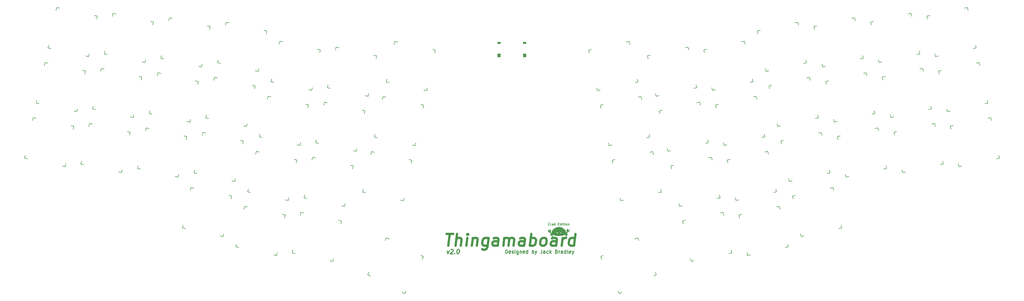
<source format=gbr>
%TF.GenerationSoftware,KiCad,Pcbnew,7.0.2*%
%TF.CreationDate,2024-09-14T12:23:29+10:00*%
%TF.ProjectId,keyboard,6b657962-6f61-4726-942e-6b696361645f,v1.0.0*%
%TF.SameCoordinates,Original*%
%TF.FileFunction,Legend,Top*%
%TF.FilePolarity,Positive*%
%FSLAX46Y46*%
G04 Gerber Fmt 4.6, Leading zero omitted, Abs format (unit mm)*
G04 Created by KiCad (PCBNEW 7.0.2) date 2024-09-14 12:23:29*
%MOMM*%
%LPD*%
G01*
G04 APERTURE LIST*
G04 Aperture macros list*
%AMRoundRect*
0 Rectangle with rounded corners*
0 $1 Rounding radius*
0 $2 $3 $4 $5 $6 $7 $8 $9 X,Y pos of 4 corners*
0 Add a 4 corners polygon primitive as box body*
4,1,4,$2,$3,$4,$5,$6,$7,$8,$9,$2,$3,0*
0 Add four circle primitives for the rounded corners*
1,1,$1+$1,$2,$3*
1,1,$1+$1,$4,$5*
1,1,$1+$1,$6,$7*
1,1,$1+$1,$8,$9*
0 Add four rect primitives between the rounded corners*
20,1,$1+$1,$2,$3,$4,$5,0*
20,1,$1+$1,$4,$5,$6,$7,0*
20,1,$1+$1,$6,$7,$8,$9,0*
20,1,$1+$1,$8,$9,$2,$3,0*%
G04 Aperture macros list end*
%ADD10C,0.160000*%
%ADD11C,0.250000*%
%ADD12C,0.375000*%
%ADD13C,0.800000*%
%ADD14C,0.150000*%
%ADD15C,1.701800*%
%ADD16C,3.429000*%
%ADD17C,0.990600*%
%ADD18C,2.032000*%
%ADD19C,0.650000*%
%ADD20RoundRect,0.500000X0.000000X-0.300000X0.000000X-0.300000X0.000000X0.300000X0.000000X0.300000X0*%
%ADD21RoundRect,0.500000X0.000000X-0.600000X0.000000X-0.600000X0.000000X0.600000X0.000000X0.600000X0*%
G04 APERTURE END LIST*
D10*
X225113458Y-162388404D02*
X225070601Y-162426500D01*
X225070601Y-162426500D02*
X224951554Y-162464595D01*
X224951554Y-162464595D02*
X224875363Y-162464595D01*
X224875363Y-162464595D02*
X224765839Y-162426500D01*
X224765839Y-162426500D02*
X224699173Y-162350309D01*
X224699173Y-162350309D02*
X224670601Y-162274119D01*
X224670601Y-162274119D02*
X224651554Y-162121738D01*
X224651554Y-162121738D02*
X224665839Y-162007452D01*
X224665839Y-162007452D02*
X224722982Y-161855071D01*
X224722982Y-161855071D02*
X224770601Y-161778880D01*
X224770601Y-161778880D02*
X224856316Y-161702690D01*
X224856316Y-161702690D02*
X224975363Y-161664595D01*
X224975363Y-161664595D02*
X225051554Y-161664595D01*
X225051554Y-161664595D02*
X225161078Y-161702690D01*
X225161078Y-161702690D02*
X225194411Y-161740785D01*
X225442030Y-162464595D02*
X225508696Y-161931261D01*
X225489649Y-162083642D02*
X225537268Y-162007452D01*
X225537268Y-162007452D02*
X225580125Y-161969357D01*
X225580125Y-161969357D02*
X225661077Y-161931261D01*
X225661077Y-161931261D02*
X225737268Y-161931261D01*
X226275363Y-162464595D02*
X226327744Y-162045547D01*
X226327744Y-162045547D02*
X226299172Y-161969357D01*
X226299172Y-161969357D02*
X226227744Y-161931261D01*
X226227744Y-161931261D02*
X226075363Y-161931261D01*
X226075363Y-161931261D02*
X225994411Y-161969357D01*
X226280125Y-162426500D02*
X226199172Y-162464595D01*
X226199172Y-162464595D02*
X226008696Y-162464595D01*
X226008696Y-162464595D02*
X225937268Y-162426500D01*
X225937268Y-162426500D02*
X225908696Y-162350309D01*
X225908696Y-162350309D02*
X225918220Y-162274119D01*
X225918220Y-162274119D02*
X225965839Y-162197928D01*
X225965839Y-162197928D02*
X226046792Y-162159833D01*
X226046792Y-162159833D02*
X226237268Y-162159833D01*
X226237268Y-162159833D02*
X226318220Y-162121738D01*
X226651554Y-162464595D02*
X226751554Y-161664595D01*
X226713459Y-161969357D02*
X226794411Y-161931261D01*
X226794411Y-161931261D02*
X226946792Y-161931261D01*
X226946792Y-161931261D02*
X227018220Y-161969357D01*
X227018220Y-161969357D02*
X227051554Y-162007452D01*
X227051554Y-162007452D02*
X227080125Y-162083642D01*
X227080125Y-162083642D02*
X227051554Y-162312214D01*
X227051554Y-162312214D02*
X227003935Y-162388404D01*
X227003935Y-162388404D02*
X226961078Y-162426500D01*
X226961078Y-162426500D02*
X226880125Y-162464595D01*
X226880125Y-162464595D02*
X226727744Y-162464595D01*
X226727744Y-162464595D02*
X226656316Y-162426500D01*
X228032507Y-162045547D02*
X228299173Y-162045547D01*
X228361078Y-162464595D02*
X227980126Y-162464595D01*
X227980126Y-162464595D02*
X228080126Y-161664595D01*
X228080126Y-161664595D02*
X228461078Y-161664595D01*
X229042031Y-162464595D02*
X229142031Y-161664595D01*
X229046793Y-162426500D02*
X228965840Y-162464595D01*
X228965840Y-162464595D02*
X228813460Y-162464595D01*
X228813460Y-162464595D02*
X228742031Y-162426500D01*
X228742031Y-162426500D02*
X228708698Y-162388404D01*
X228708698Y-162388404D02*
X228680126Y-162312214D01*
X228680126Y-162312214D02*
X228708698Y-162083642D01*
X228708698Y-162083642D02*
X228756317Y-162007452D01*
X228756317Y-162007452D02*
X228799174Y-161969357D01*
X228799174Y-161969357D02*
X228880126Y-161931261D01*
X228880126Y-161931261D02*
X229032507Y-161931261D01*
X229032507Y-161931261D02*
X229103936Y-161969357D01*
X229418222Y-162464595D02*
X229484888Y-161931261D01*
X229518222Y-161664595D02*
X229475365Y-161702690D01*
X229475365Y-161702690D02*
X229508698Y-161740785D01*
X229508698Y-161740785D02*
X229551555Y-161702690D01*
X229551555Y-161702690D02*
X229518222Y-161664595D01*
X229518222Y-161664595D02*
X229508698Y-161740785D01*
X229746793Y-161931261D02*
X230051555Y-161931261D01*
X229894412Y-161664595D02*
X229808698Y-162350309D01*
X229808698Y-162350309D02*
X229837269Y-162426500D01*
X229837269Y-162426500D02*
X229908698Y-162464595D01*
X229908698Y-162464595D02*
X229984888Y-162464595D01*
X230246793Y-162464595D02*
X230313459Y-161931261D01*
X230346793Y-161664595D02*
X230303936Y-161702690D01*
X230303936Y-161702690D02*
X230337269Y-161740785D01*
X230337269Y-161740785D02*
X230380126Y-161702690D01*
X230380126Y-161702690D02*
X230346793Y-161664595D01*
X230346793Y-161664595D02*
X230337269Y-161740785D01*
X230737269Y-162464595D02*
X230665840Y-162426500D01*
X230665840Y-162426500D02*
X230632507Y-162388404D01*
X230632507Y-162388404D02*
X230603935Y-162312214D01*
X230603935Y-162312214D02*
X230632507Y-162083642D01*
X230632507Y-162083642D02*
X230680126Y-162007452D01*
X230680126Y-162007452D02*
X230722983Y-161969357D01*
X230722983Y-161969357D02*
X230803935Y-161931261D01*
X230803935Y-161931261D02*
X230918221Y-161931261D01*
X230918221Y-161931261D02*
X230989649Y-161969357D01*
X230989649Y-161969357D02*
X231022983Y-162007452D01*
X231022983Y-162007452D02*
X231051554Y-162083642D01*
X231051554Y-162083642D02*
X231022983Y-162312214D01*
X231022983Y-162312214D02*
X230975364Y-162388404D01*
X230975364Y-162388404D02*
X230932507Y-162426500D01*
X230932507Y-162426500D02*
X230851554Y-162464595D01*
X230851554Y-162464595D02*
X230737269Y-162464595D01*
X231408697Y-161931261D02*
X231342031Y-162464595D01*
X231399174Y-162007452D02*
X231442031Y-161969357D01*
X231442031Y-161969357D02*
X231522983Y-161931261D01*
X231522983Y-161931261D02*
X231637269Y-161931261D01*
X231637269Y-161931261D02*
X231708697Y-161969357D01*
X231708697Y-161969357D02*
X231737269Y-162045547D01*
X231737269Y-162045547D02*
X231684888Y-162464595D01*
D11*
X210246792Y-171915642D02*
X210246792Y-170715642D01*
X210246792Y-170715642D02*
X210532506Y-170715642D01*
X210532506Y-170715642D02*
X210703935Y-170772785D01*
X210703935Y-170772785D02*
X210818220Y-170887071D01*
X210818220Y-170887071D02*
X210875363Y-171001357D01*
X210875363Y-171001357D02*
X210932506Y-171229928D01*
X210932506Y-171229928D02*
X210932506Y-171401357D01*
X210932506Y-171401357D02*
X210875363Y-171629928D01*
X210875363Y-171629928D02*
X210818220Y-171744214D01*
X210818220Y-171744214D02*
X210703935Y-171858500D01*
X210703935Y-171858500D02*
X210532506Y-171915642D01*
X210532506Y-171915642D02*
X210246792Y-171915642D01*
X211903935Y-171858500D02*
X211789649Y-171915642D01*
X211789649Y-171915642D02*
X211561078Y-171915642D01*
X211561078Y-171915642D02*
X211446792Y-171858500D01*
X211446792Y-171858500D02*
X211389649Y-171744214D01*
X211389649Y-171744214D02*
X211389649Y-171287071D01*
X211389649Y-171287071D02*
X211446792Y-171172785D01*
X211446792Y-171172785D02*
X211561078Y-171115642D01*
X211561078Y-171115642D02*
X211789649Y-171115642D01*
X211789649Y-171115642D02*
X211903935Y-171172785D01*
X211903935Y-171172785D02*
X211961078Y-171287071D01*
X211961078Y-171287071D02*
X211961078Y-171401357D01*
X211961078Y-171401357D02*
X211389649Y-171515642D01*
X212418220Y-171858500D02*
X212532506Y-171915642D01*
X212532506Y-171915642D02*
X212761077Y-171915642D01*
X212761077Y-171915642D02*
X212875363Y-171858500D01*
X212875363Y-171858500D02*
X212932506Y-171744214D01*
X212932506Y-171744214D02*
X212932506Y-171687071D01*
X212932506Y-171687071D02*
X212875363Y-171572785D01*
X212875363Y-171572785D02*
X212761077Y-171515642D01*
X212761077Y-171515642D02*
X212589649Y-171515642D01*
X212589649Y-171515642D02*
X212475363Y-171458500D01*
X212475363Y-171458500D02*
X212418220Y-171344214D01*
X212418220Y-171344214D02*
X212418220Y-171287071D01*
X212418220Y-171287071D02*
X212475363Y-171172785D01*
X212475363Y-171172785D02*
X212589649Y-171115642D01*
X212589649Y-171115642D02*
X212761077Y-171115642D01*
X212761077Y-171115642D02*
X212875363Y-171172785D01*
X213446792Y-171915642D02*
X213446792Y-171115642D01*
X213446792Y-170715642D02*
X213389649Y-170772785D01*
X213389649Y-170772785D02*
X213446792Y-170829928D01*
X213446792Y-170829928D02*
X213503935Y-170772785D01*
X213503935Y-170772785D02*
X213446792Y-170715642D01*
X213446792Y-170715642D02*
X213446792Y-170829928D01*
X214532507Y-171115642D02*
X214532507Y-172087071D01*
X214532507Y-172087071D02*
X214475364Y-172201357D01*
X214475364Y-172201357D02*
X214418221Y-172258500D01*
X214418221Y-172258500D02*
X214303935Y-172315642D01*
X214303935Y-172315642D02*
X214132507Y-172315642D01*
X214132507Y-172315642D02*
X214018221Y-172258500D01*
X214532507Y-171858500D02*
X214418221Y-171915642D01*
X214418221Y-171915642D02*
X214189649Y-171915642D01*
X214189649Y-171915642D02*
X214075364Y-171858500D01*
X214075364Y-171858500D02*
X214018221Y-171801357D01*
X214018221Y-171801357D02*
X213961078Y-171687071D01*
X213961078Y-171687071D02*
X213961078Y-171344214D01*
X213961078Y-171344214D02*
X214018221Y-171229928D01*
X214018221Y-171229928D02*
X214075364Y-171172785D01*
X214075364Y-171172785D02*
X214189649Y-171115642D01*
X214189649Y-171115642D02*
X214418221Y-171115642D01*
X214418221Y-171115642D02*
X214532507Y-171172785D01*
X215103935Y-171115642D02*
X215103935Y-171915642D01*
X215103935Y-171229928D02*
X215161078Y-171172785D01*
X215161078Y-171172785D02*
X215275363Y-171115642D01*
X215275363Y-171115642D02*
X215446792Y-171115642D01*
X215446792Y-171115642D02*
X215561078Y-171172785D01*
X215561078Y-171172785D02*
X215618221Y-171287071D01*
X215618221Y-171287071D02*
X215618221Y-171915642D01*
X216646792Y-171858500D02*
X216532506Y-171915642D01*
X216532506Y-171915642D02*
X216303935Y-171915642D01*
X216303935Y-171915642D02*
X216189649Y-171858500D01*
X216189649Y-171858500D02*
X216132506Y-171744214D01*
X216132506Y-171744214D02*
X216132506Y-171287071D01*
X216132506Y-171287071D02*
X216189649Y-171172785D01*
X216189649Y-171172785D02*
X216303935Y-171115642D01*
X216303935Y-171115642D02*
X216532506Y-171115642D01*
X216532506Y-171115642D02*
X216646792Y-171172785D01*
X216646792Y-171172785D02*
X216703935Y-171287071D01*
X216703935Y-171287071D02*
X216703935Y-171401357D01*
X216703935Y-171401357D02*
X216132506Y-171515642D01*
X217732506Y-171915642D02*
X217732506Y-170715642D01*
X217732506Y-171858500D02*
X217618220Y-171915642D01*
X217618220Y-171915642D02*
X217389648Y-171915642D01*
X217389648Y-171915642D02*
X217275363Y-171858500D01*
X217275363Y-171858500D02*
X217218220Y-171801357D01*
X217218220Y-171801357D02*
X217161077Y-171687071D01*
X217161077Y-171687071D02*
X217161077Y-171344214D01*
X217161077Y-171344214D02*
X217218220Y-171229928D01*
X217218220Y-171229928D02*
X217275363Y-171172785D01*
X217275363Y-171172785D02*
X217389648Y-171115642D01*
X217389648Y-171115642D02*
X217618220Y-171115642D01*
X217618220Y-171115642D02*
X217732506Y-171172785D01*
X219218220Y-171915642D02*
X219218220Y-170715642D01*
X219218220Y-171172785D02*
X219332506Y-171115642D01*
X219332506Y-171115642D02*
X219561077Y-171115642D01*
X219561077Y-171115642D02*
X219675363Y-171172785D01*
X219675363Y-171172785D02*
X219732506Y-171229928D01*
X219732506Y-171229928D02*
X219789648Y-171344214D01*
X219789648Y-171344214D02*
X219789648Y-171687071D01*
X219789648Y-171687071D02*
X219732506Y-171801357D01*
X219732506Y-171801357D02*
X219675363Y-171858500D01*
X219675363Y-171858500D02*
X219561077Y-171915642D01*
X219561077Y-171915642D02*
X219332506Y-171915642D01*
X219332506Y-171915642D02*
X219218220Y-171858500D01*
X220189648Y-171115642D02*
X220475362Y-171915642D01*
X220761077Y-171115642D02*
X220475362Y-171915642D01*
X220475362Y-171915642D02*
X220361077Y-172201357D01*
X220361077Y-172201357D02*
X220303934Y-172258500D01*
X220303934Y-172258500D02*
X220189648Y-172315642D01*
X222475363Y-170715642D02*
X222475363Y-171572785D01*
X222475363Y-171572785D02*
X222418220Y-171744214D01*
X222418220Y-171744214D02*
X222303934Y-171858500D01*
X222303934Y-171858500D02*
X222132506Y-171915642D01*
X222132506Y-171915642D02*
X222018220Y-171915642D01*
X223561078Y-171915642D02*
X223561078Y-171287071D01*
X223561078Y-171287071D02*
X223503935Y-171172785D01*
X223503935Y-171172785D02*
X223389649Y-171115642D01*
X223389649Y-171115642D02*
X223161078Y-171115642D01*
X223161078Y-171115642D02*
X223046792Y-171172785D01*
X223561078Y-171858500D02*
X223446792Y-171915642D01*
X223446792Y-171915642D02*
X223161078Y-171915642D01*
X223161078Y-171915642D02*
X223046792Y-171858500D01*
X223046792Y-171858500D02*
X222989649Y-171744214D01*
X222989649Y-171744214D02*
X222989649Y-171629928D01*
X222989649Y-171629928D02*
X223046792Y-171515642D01*
X223046792Y-171515642D02*
X223161078Y-171458500D01*
X223161078Y-171458500D02*
X223446792Y-171458500D01*
X223446792Y-171458500D02*
X223561078Y-171401357D01*
X224646792Y-171858500D02*
X224532506Y-171915642D01*
X224532506Y-171915642D02*
X224303934Y-171915642D01*
X224303934Y-171915642D02*
X224189649Y-171858500D01*
X224189649Y-171858500D02*
X224132506Y-171801357D01*
X224132506Y-171801357D02*
X224075363Y-171687071D01*
X224075363Y-171687071D02*
X224075363Y-171344214D01*
X224075363Y-171344214D02*
X224132506Y-171229928D01*
X224132506Y-171229928D02*
X224189649Y-171172785D01*
X224189649Y-171172785D02*
X224303934Y-171115642D01*
X224303934Y-171115642D02*
X224532506Y-171115642D01*
X224532506Y-171115642D02*
X224646792Y-171172785D01*
X225161077Y-171915642D02*
X225161077Y-170715642D01*
X225275363Y-171458500D02*
X225618220Y-171915642D01*
X225618220Y-171115642D02*
X225161077Y-171572785D01*
X227446792Y-171287071D02*
X227618220Y-171344214D01*
X227618220Y-171344214D02*
X227675363Y-171401357D01*
X227675363Y-171401357D02*
X227732506Y-171515642D01*
X227732506Y-171515642D02*
X227732506Y-171687071D01*
X227732506Y-171687071D02*
X227675363Y-171801357D01*
X227675363Y-171801357D02*
X227618220Y-171858500D01*
X227618220Y-171858500D02*
X227503935Y-171915642D01*
X227503935Y-171915642D02*
X227046792Y-171915642D01*
X227046792Y-171915642D02*
X227046792Y-170715642D01*
X227046792Y-170715642D02*
X227446792Y-170715642D01*
X227446792Y-170715642D02*
X227561078Y-170772785D01*
X227561078Y-170772785D02*
X227618220Y-170829928D01*
X227618220Y-170829928D02*
X227675363Y-170944214D01*
X227675363Y-170944214D02*
X227675363Y-171058500D01*
X227675363Y-171058500D02*
X227618220Y-171172785D01*
X227618220Y-171172785D02*
X227561078Y-171229928D01*
X227561078Y-171229928D02*
X227446792Y-171287071D01*
X227446792Y-171287071D02*
X227046792Y-171287071D01*
X228246792Y-171915642D02*
X228246792Y-171115642D01*
X228246792Y-171344214D02*
X228303935Y-171229928D01*
X228303935Y-171229928D02*
X228361078Y-171172785D01*
X228361078Y-171172785D02*
X228475363Y-171115642D01*
X228475363Y-171115642D02*
X228589649Y-171115642D01*
X229503935Y-171915642D02*
X229503935Y-171287071D01*
X229503935Y-171287071D02*
X229446792Y-171172785D01*
X229446792Y-171172785D02*
X229332506Y-171115642D01*
X229332506Y-171115642D02*
X229103935Y-171115642D01*
X229103935Y-171115642D02*
X228989649Y-171172785D01*
X229503935Y-171858500D02*
X229389649Y-171915642D01*
X229389649Y-171915642D02*
X229103935Y-171915642D01*
X229103935Y-171915642D02*
X228989649Y-171858500D01*
X228989649Y-171858500D02*
X228932506Y-171744214D01*
X228932506Y-171744214D02*
X228932506Y-171629928D01*
X228932506Y-171629928D02*
X228989649Y-171515642D01*
X228989649Y-171515642D02*
X229103935Y-171458500D01*
X229103935Y-171458500D02*
X229389649Y-171458500D01*
X229389649Y-171458500D02*
X229503935Y-171401357D01*
X230589649Y-171915642D02*
X230589649Y-170715642D01*
X230589649Y-171858500D02*
X230475363Y-171915642D01*
X230475363Y-171915642D02*
X230246791Y-171915642D01*
X230246791Y-171915642D02*
X230132506Y-171858500D01*
X230132506Y-171858500D02*
X230075363Y-171801357D01*
X230075363Y-171801357D02*
X230018220Y-171687071D01*
X230018220Y-171687071D02*
X230018220Y-171344214D01*
X230018220Y-171344214D02*
X230075363Y-171229928D01*
X230075363Y-171229928D02*
X230132506Y-171172785D01*
X230132506Y-171172785D02*
X230246791Y-171115642D01*
X230246791Y-171115642D02*
X230475363Y-171115642D01*
X230475363Y-171115642D02*
X230589649Y-171172785D01*
X231332505Y-171915642D02*
X231218220Y-171858500D01*
X231218220Y-171858500D02*
X231161077Y-171744214D01*
X231161077Y-171744214D02*
X231161077Y-170715642D01*
X232246791Y-171858500D02*
X232132505Y-171915642D01*
X232132505Y-171915642D02*
X231903934Y-171915642D01*
X231903934Y-171915642D02*
X231789648Y-171858500D01*
X231789648Y-171858500D02*
X231732505Y-171744214D01*
X231732505Y-171744214D02*
X231732505Y-171287071D01*
X231732505Y-171287071D02*
X231789648Y-171172785D01*
X231789648Y-171172785D02*
X231903934Y-171115642D01*
X231903934Y-171115642D02*
X232132505Y-171115642D01*
X232132505Y-171115642D02*
X232246791Y-171172785D01*
X232246791Y-171172785D02*
X232303934Y-171287071D01*
X232303934Y-171287071D02*
X232303934Y-171401357D01*
X232303934Y-171401357D02*
X231732505Y-171515642D01*
X232703933Y-171115642D02*
X232989647Y-171915642D01*
X233275362Y-171115642D02*
X232989647Y-171915642D01*
X232989647Y-171915642D02*
X232875362Y-172201357D01*
X232875362Y-172201357D02*
X232818219Y-172258500D01*
X232818219Y-172258500D02*
X232703933Y-172315642D01*
D12*
X190541435Y-171078928D02*
X190773578Y-172078928D01*
X190773578Y-172078928D02*
X191255720Y-171078928D01*
X191791435Y-170721785D02*
X191871792Y-170650357D01*
X191871792Y-170650357D02*
X192023578Y-170578928D01*
X192023578Y-170578928D02*
X192380721Y-170578928D01*
X192380721Y-170578928D02*
X192514649Y-170650357D01*
X192514649Y-170650357D02*
X192577149Y-170721785D01*
X192577149Y-170721785D02*
X192630721Y-170864642D01*
X192630721Y-170864642D02*
X192612864Y-171007500D01*
X192612864Y-171007500D02*
X192514649Y-171221785D01*
X192514649Y-171221785D02*
X191550364Y-172078928D01*
X191550364Y-172078928D02*
X192478935Y-172078928D01*
X193130721Y-171936071D02*
X193193221Y-172007500D01*
X193193221Y-172007500D02*
X193112864Y-172078928D01*
X193112864Y-172078928D02*
X193050364Y-172007500D01*
X193050364Y-172007500D02*
X193130721Y-171936071D01*
X193130721Y-171936071D02*
X193112864Y-172078928D01*
X194291435Y-170578928D02*
X194434292Y-170578928D01*
X194434292Y-170578928D02*
X194568221Y-170650357D01*
X194568221Y-170650357D02*
X194630721Y-170721785D01*
X194630721Y-170721785D02*
X194684292Y-170864642D01*
X194684292Y-170864642D02*
X194720007Y-171150357D01*
X194720007Y-171150357D02*
X194675364Y-171507500D01*
X194675364Y-171507500D02*
X194568221Y-171793214D01*
X194568221Y-171793214D02*
X194478935Y-171936071D01*
X194478935Y-171936071D02*
X194398578Y-172007500D01*
X194398578Y-172007500D02*
X194246792Y-172078928D01*
X194246792Y-172078928D02*
X194103935Y-172078928D01*
X194103935Y-172078928D02*
X193970007Y-172007500D01*
X193970007Y-172007500D02*
X193907507Y-171936071D01*
X193907507Y-171936071D02*
X193853935Y-171793214D01*
X193853935Y-171793214D02*
X193818221Y-171507500D01*
X193818221Y-171507500D02*
X193862864Y-171150357D01*
X193862864Y-171150357D02*
X193970007Y-170864642D01*
X193970007Y-170864642D02*
X194059292Y-170721785D01*
X194059292Y-170721785D02*
X194139649Y-170650357D01*
X194139649Y-170650357D02*
X194291435Y-170578928D01*
D13*
X190289625Y-165322976D02*
X192575340Y-165322976D01*
X190932483Y-169322976D02*
X191432483Y-165322976D01*
X193384864Y-169322976D02*
X193884864Y-165322976D01*
X195099150Y-169322976D02*
X195361054Y-167227738D01*
X195361054Y-167227738D02*
X195218197Y-166846785D01*
X195218197Y-166846785D02*
X194861054Y-166656309D01*
X194861054Y-166656309D02*
X194289626Y-166656309D01*
X194289626Y-166656309D02*
X193884864Y-166846785D01*
X193884864Y-166846785D02*
X193670578Y-167037261D01*
X196980102Y-169322976D02*
X197313435Y-166656309D01*
X197480102Y-165322976D02*
X197265816Y-165513452D01*
X197265816Y-165513452D02*
X197432483Y-165703928D01*
X197432483Y-165703928D02*
X197646769Y-165513452D01*
X197646769Y-165513452D02*
X197480102Y-165322976D01*
X197480102Y-165322976D02*
X197432483Y-165703928D01*
X199194387Y-166656309D02*
X198861054Y-169322976D01*
X199146768Y-167037261D02*
X199361054Y-166846785D01*
X199361054Y-166846785D02*
X199765816Y-166656309D01*
X199765816Y-166656309D02*
X200337244Y-166656309D01*
X200337244Y-166656309D02*
X200694387Y-166846785D01*
X200694387Y-166846785D02*
X200837244Y-167227738D01*
X200837244Y-167227738D02*
X200575340Y-169322976D01*
X204503911Y-166656309D02*
X204099149Y-169894404D01*
X204099149Y-169894404D02*
X203861054Y-170275357D01*
X203861054Y-170275357D02*
X203646768Y-170465833D01*
X203646768Y-170465833D02*
X203242006Y-170656309D01*
X203242006Y-170656309D02*
X202670578Y-170656309D01*
X202670578Y-170656309D02*
X202313435Y-170465833D01*
X204194387Y-169132500D02*
X203789625Y-169322976D01*
X203789625Y-169322976D02*
X203027721Y-169322976D01*
X203027721Y-169322976D02*
X202670578Y-169132500D01*
X202670578Y-169132500D02*
X202503911Y-168942023D01*
X202503911Y-168942023D02*
X202361054Y-168561071D01*
X202361054Y-168561071D02*
X202503911Y-167418214D01*
X202503911Y-167418214D02*
X202742006Y-167037261D01*
X202742006Y-167037261D02*
X202956292Y-166846785D01*
X202956292Y-166846785D02*
X203361054Y-166656309D01*
X203361054Y-166656309D02*
X204122959Y-166656309D01*
X204122959Y-166656309D02*
X204480101Y-166846785D01*
X207599149Y-169322976D02*
X207861053Y-167227738D01*
X207861053Y-167227738D02*
X207718196Y-166846785D01*
X207718196Y-166846785D02*
X207361053Y-166656309D01*
X207361053Y-166656309D02*
X206599149Y-166656309D01*
X206599149Y-166656309D02*
X206194387Y-166846785D01*
X207622958Y-169132500D02*
X207218196Y-169322976D01*
X207218196Y-169322976D02*
X206265815Y-169322976D01*
X206265815Y-169322976D02*
X205908672Y-169132500D01*
X205908672Y-169132500D02*
X205765815Y-168751547D01*
X205765815Y-168751547D02*
X205813434Y-168370595D01*
X205813434Y-168370595D02*
X206051530Y-167989642D01*
X206051530Y-167989642D02*
X206456292Y-167799166D01*
X206456292Y-167799166D02*
X207408672Y-167799166D01*
X207408672Y-167799166D02*
X207813434Y-167608690D01*
X209480101Y-169322976D02*
X209813434Y-166656309D01*
X209765815Y-167037261D02*
X209980101Y-166846785D01*
X209980101Y-166846785D02*
X210384863Y-166656309D01*
X210384863Y-166656309D02*
X210956291Y-166656309D01*
X210956291Y-166656309D02*
X211313434Y-166846785D01*
X211313434Y-166846785D02*
X211456291Y-167227738D01*
X211456291Y-167227738D02*
X211194387Y-169322976D01*
X211456291Y-167227738D02*
X211694387Y-166846785D01*
X211694387Y-166846785D02*
X212099149Y-166656309D01*
X212099149Y-166656309D02*
X212670577Y-166656309D01*
X212670577Y-166656309D02*
X213027720Y-166846785D01*
X213027720Y-166846785D02*
X213170577Y-167227738D01*
X213170577Y-167227738D02*
X212908672Y-169322976D01*
X216503911Y-169322976D02*
X216765815Y-167227738D01*
X216765815Y-167227738D02*
X216622958Y-166846785D01*
X216622958Y-166846785D02*
X216265815Y-166656309D01*
X216265815Y-166656309D02*
X215503911Y-166656309D01*
X215503911Y-166656309D02*
X215099149Y-166846785D01*
X216527720Y-169132500D02*
X216122958Y-169322976D01*
X216122958Y-169322976D02*
X215170577Y-169322976D01*
X215170577Y-169322976D02*
X214813434Y-169132500D01*
X214813434Y-169132500D02*
X214670577Y-168751547D01*
X214670577Y-168751547D02*
X214718196Y-168370595D01*
X214718196Y-168370595D02*
X214956292Y-167989642D01*
X214956292Y-167989642D02*
X215361054Y-167799166D01*
X215361054Y-167799166D02*
X216313434Y-167799166D01*
X216313434Y-167799166D02*
X216718196Y-167608690D01*
X218384863Y-169322976D02*
X218884863Y-165322976D01*
X218694387Y-166846785D02*
X219099149Y-166656309D01*
X219099149Y-166656309D02*
X219861053Y-166656309D01*
X219861053Y-166656309D02*
X220218196Y-166846785D01*
X220218196Y-166846785D02*
X220384863Y-167037261D01*
X220384863Y-167037261D02*
X220527720Y-167418214D01*
X220527720Y-167418214D02*
X220384863Y-168561071D01*
X220384863Y-168561071D02*
X220146768Y-168942023D01*
X220146768Y-168942023D02*
X219932482Y-169132500D01*
X219932482Y-169132500D02*
X219527720Y-169322976D01*
X219527720Y-169322976D02*
X218765815Y-169322976D01*
X218765815Y-169322976D02*
X218408672Y-169132500D01*
X222551530Y-169322976D02*
X222194387Y-169132500D01*
X222194387Y-169132500D02*
X222027720Y-168942023D01*
X222027720Y-168942023D02*
X221884863Y-168561071D01*
X221884863Y-168561071D02*
X222027720Y-167418214D01*
X222027720Y-167418214D02*
X222265815Y-167037261D01*
X222265815Y-167037261D02*
X222480101Y-166846785D01*
X222480101Y-166846785D02*
X222884863Y-166656309D01*
X222884863Y-166656309D02*
X223456291Y-166656309D01*
X223456291Y-166656309D02*
X223813434Y-166846785D01*
X223813434Y-166846785D02*
X223980101Y-167037261D01*
X223980101Y-167037261D02*
X224122958Y-167418214D01*
X224122958Y-167418214D02*
X223980101Y-168561071D01*
X223980101Y-168561071D02*
X223742006Y-168942023D01*
X223742006Y-168942023D02*
X223527720Y-169132500D01*
X223527720Y-169132500D02*
X223122958Y-169322976D01*
X223122958Y-169322976D02*
X222551530Y-169322976D01*
X227289625Y-169322976D02*
X227551529Y-167227738D01*
X227551529Y-167227738D02*
X227408672Y-166846785D01*
X227408672Y-166846785D02*
X227051529Y-166656309D01*
X227051529Y-166656309D02*
X226289625Y-166656309D01*
X226289625Y-166656309D02*
X225884863Y-166846785D01*
X227313434Y-169132500D02*
X226908672Y-169322976D01*
X226908672Y-169322976D02*
X225956291Y-169322976D01*
X225956291Y-169322976D02*
X225599148Y-169132500D01*
X225599148Y-169132500D02*
X225456291Y-168751547D01*
X225456291Y-168751547D02*
X225503910Y-168370595D01*
X225503910Y-168370595D02*
X225742006Y-167989642D01*
X225742006Y-167989642D02*
X226146768Y-167799166D01*
X226146768Y-167799166D02*
X227099148Y-167799166D01*
X227099148Y-167799166D02*
X227503910Y-167608690D01*
X229170577Y-169322976D02*
X229503910Y-166656309D01*
X229408672Y-167418214D02*
X229646767Y-167037261D01*
X229646767Y-167037261D02*
X229861053Y-166846785D01*
X229861053Y-166846785D02*
X230265815Y-166656309D01*
X230265815Y-166656309D02*
X230646767Y-166656309D01*
X233337244Y-169322976D02*
X233837244Y-165322976D01*
X233361053Y-169132500D02*
X232956291Y-169322976D01*
X232956291Y-169322976D02*
X232194387Y-169322976D01*
X232194387Y-169322976D02*
X231837244Y-169132500D01*
X231837244Y-169132500D02*
X231670577Y-168942023D01*
X231670577Y-168942023D02*
X231527720Y-168561071D01*
X231527720Y-168561071D02*
X231670577Y-167418214D01*
X231670577Y-167418214D02*
X231908672Y-167037261D01*
X231908672Y-167037261D02*
X232122958Y-166846785D01*
X232122958Y-166846785D02*
X232527720Y-166656309D01*
X232527720Y-166656309D02*
X233289625Y-166656309D01*
X233289625Y-166656309D02*
X233646767Y-166846785D01*
D14*
%TO.C,SW41*%
X307283198Y-153570787D02*
X307075286Y-152592640D01*
X309986050Y-166286706D02*
X309778138Y-165308558D01*
X309986050Y-166286706D02*
X310964197Y-166078794D01*
X308053434Y-152384728D02*
X307075286Y-152592640D01*
X322701968Y-163583854D02*
X323680116Y-163375942D01*
X320769352Y-149681876D02*
X319791205Y-149889788D01*
X320769352Y-149681876D02*
X320977264Y-150660024D01*
X323472204Y-162397795D02*
X323680116Y-163375942D01*
%TO.C,SW38*%
X295432231Y-97816374D02*
X295224319Y-96838227D01*
X298135083Y-110532293D02*
X297927171Y-109554145D01*
X298135083Y-110532293D02*
X299113230Y-110324381D01*
X296202467Y-96630315D02*
X295224319Y-96838227D01*
X310851001Y-107829441D02*
X311829149Y-107621529D01*
X308918385Y-93927463D02*
X307940238Y-94135375D01*
X308918385Y-93927463D02*
X309126297Y-94905611D01*
X311621237Y-106643382D02*
X311829149Y-107621529D01*
%TO.C,SW47*%
X341542043Y-131976076D02*
X341334131Y-130997929D01*
X344244895Y-144691995D02*
X344036983Y-143713847D01*
X344244895Y-144691995D02*
X345223042Y-144484083D01*
X342312279Y-130790017D02*
X341334131Y-130997929D01*
X356960813Y-141989143D02*
X357938961Y-141781231D01*
X355028197Y-128087165D02*
X354050050Y-128295077D01*
X355028197Y-128087165D02*
X355236109Y-129065313D01*
X357731049Y-140803084D02*
X357938961Y-141781231D01*
%TO.C,SW50*%
X360542671Y-129982049D02*
X360334759Y-129003902D01*
X363245523Y-142697968D02*
X363037611Y-141719820D01*
X363245523Y-142697968D02*
X364223670Y-142490056D01*
X361312907Y-128795990D02*
X360334759Y-129003902D01*
X375961441Y-139995116D02*
X376939589Y-139787204D01*
X374028825Y-126093138D02*
X373050678Y-126301050D01*
X374028825Y-126093138D02*
X374236737Y-127071286D01*
X376731677Y-138809057D02*
X376939589Y-139787204D01*
%TO.C,SW49*%
X356592348Y-111397245D02*
X356384436Y-110419098D01*
X359295200Y-124113164D02*
X359087288Y-123135016D01*
X359295200Y-124113164D02*
X360273347Y-123905252D01*
X357362584Y-110211186D02*
X356384436Y-110419098D01*
X372011118Y-121410312D02*
X372989266Y-121202400D01*
X370078502Y-107508334D02*
X369100355Y-107716246D01*
X370078502Y-107508334D02*
X370286414Y-108486482D01*
X372781354Y-120224253D02*
X372989266Y-121202400D01*
%TO.C,SW26*%
X169653498Y-167584154D02*
X170107489Y-166693148D01*
X163751622Y-179167239D02*
X164205612Y-178276233D01*
X163751622Y-179167239D02*
X164642628Y-179621230D01*
X170998495Y-167147138D02*
X170107489Y-166693148D01*
X175334707Y-185069116D02*
X176225713Y-185523106D01*
X182581580Y-173049015D02*
X181690574Y-172595024D01*
X182581580Y-173049015D02*
X182127590Y-173940021D01*
X176679704Y-184632100D02*
X176225713Y-185523106D01*
%TO.C,SW32*%
X266267222Y-143375701D02*
X266059310Y-142397554D01*
X268970074Y-156091620D02*
X268762162Y-155113472D01*
X268970074Y-156091620D02*
X269948221Y-155883708D01*
X267037458Y-142189642D02*
X266059310Y-142397554D01*
X281685992Y-153388768D02*
X282664140Y-153180856D01*
X279753376Y-139486790D02*
X278775229Y-139694702D01*
X279753376Y-139486790D02*
X279961288Y-140464938D01*
X282456228Y-152202709D02*
X282664140Y-153180856D01*
%TO.C,SW1*%
X238534304Y-104287528D02*
X238326392Y-103309381D01*
X241237156Y-117003447D02*
X241029244Y-116025299D01*
X241237156Y-117003447D02*
X242215303Y-116795535D01*
X239304540Y-103101469D02*
X238326392Y-103309381D01*
X253953074Y-114300595D02*
X254931222Y-114092683D01*
X252020458Y-100398617D02*
X251042311Y-100606529D01*
X252020458Y-100398617D02*
X252228370Y-101376765D01*
X254723310Y-113114536D02*
X254931222Y-114092683D01*
%TO.C,SW16*%
X129910568Y-119886106D02*
X130118480Y-118907958D01*
X127207716Y-132602024D02*
X127415628Y-131623877D01*
X127207716Y-132602024D02*
X128185864Y-132809936D01*
X131096627Y-119115870D02*
X130118480Y-118907958D01*
X139923635Y-135304876D02*
X140901782Y-135512788D01*
X143812546Y-121818722D02*
X142834398Y-121610810D01*
X143812546Y-121818722D02*
X143604634Y-122796869D01*
X141109694Y-134534640D02*
X140901782Y-135512788D01*
%TO.C,SW6*%
X73636376Y-110480509D02*
X73844288Y-109502361D01*
X70933524Y-123196427D02*
X71141436Y-122218280D01*
X70933524Y-123196427D02*
X71911672Y-123404339D01*
X74822435Y-109710273D02*
X73844288Y-109502361D01*
X83649443Y-125899279D02*
X84627590Y-126107191D01*
X87538354Y-112413125D02*
X86560206Y-112205213D01*
X87538354Y-112413125D02*
X87330442Y-113391272D01*
X84835502Y-125129043D02*
X84627590Y-126107191D01*
%TO.C,SW15*%
X133860890Y-101301302D02*
X134068802Y-100323154D01*
X131158038Y-114017220D02*
X131365950Y-113039073D01*
X131158038Y-114017220D02*
X132136186Y-114225132D01*
X135046949Y-100531066D02*
X134068802Y-100323154D01*
X143873957Y-116720072D02*
X144852104Y-116927984D01*
X147762868Y-103233918D02*
X146784720Y-103026006D01*
X147762868Y-103233918D02*
X147554956Y-104212065D01*
X145060016Y-115949836D02*
X144852104Y-116927984D01*
%TO.C,SW8*%
X96691282Y-93400658D02*
X96899194Y-92422510D01*
X93988430Y-106116576D02*
X94196342Y-105138429D01*
X93988430Y-106116576D02*
X94966578Y-106324488D01*
X97877341Y-92630422D02*
X96899194Y-92422510D01*
X106704349Y-108819428D02*
X107682496Y-109027340D01*
X110593260Y-95333274D02*
X109615112Y-95125362D01*
X110593260Y-95333274D02*
X110385348Y-96311421D01*
X107890408Y-108049192D02*
X107682496Y-109027340D01*
%TO.C,SW45*%
X333641398Y-94806468D02*
X333433486Y-93828321D01*
X336344250Y-107522387D02*
X336136338Y-106544239D01*
X336344250Y-107522387D02*
X337322397Y-107314475D01*
X334411634Y-93620409D02*
X333433486Y-93828321D01*
X349060168Y-104819535D02*
X350038316Y-104611623D01*
X347127552Y-90917557D02*
X346149405Y-91125469D01*
X347127552Y-90917557D02*
X347335464Y-91895705D01*
X349830404Y-103633476D02*
X350038316Y-104611623D01*
%TO.C,SW42*%
X314536815Y-96311421D02*
X314328903Y-95333274D01*
X317239667Y-109027340D02*
X317031755Y-108049192D01*
X317239667Y-109027340D02*
X318217814Y-108819428D01*
X315307051Y-95125362D02*
X314328903Y-95333274D01*
X329955585Y-106324488D02*
X330933733Y-106116576D01*
X328022969Y-92422510D02*
X327044822Y-92630422D01*
X328022969Y-92422510D02*
X328230881Y-93400658D01*
X330725821Y-105138429D02*
X330933733Y-106116576D01*
%TO.C,SW4*%
X50685426Y-127071286D02*
X50893338Y-126093138D01*
X47982574Y-139787204D02*
X48190486Y-138809057D01*
X47982574Y-139787204D02*
X48960722Y-139995116D01*
X51871485Y-126301050D02*
X50893338Y-126093138D01*
X60698493Y-142490056D02*
X61676640Y-142697968D01*
X64587404Y-129003902D02*
X63609256Y-128795990D01*
X64587404Y-129003902D02*
X64379492Y-129982049D01*
X61884552Y-141719820D02*
X61676640Y-142697968D01*
%TO.C,SW13*%
X107895221Y-132075220D02*
X108103133Y-131097072D01*
X105192369Y-144791138D02*
X105400281Y-143812991D01*
X105192369Y-144791138D02*
X106170517Y-144999050D01*
X109081280Y-131304984D02*
X108103133Y-131097072D01*
X117908288Y-147493990D02*
X118886435Y-147701902D01*
X121797199Y-134007836D02*
X120819051Y-133799924D01*
X121797199Y-134007836D02*
X121589287Y-134985983D01*
X119094347Y-146723754D02*
X118886435Y-147701902D01*
%TO.C,SW2*%
X58586070Y-89901678D02*
X58793982Y-88923530D01*
X55883218Y-102617596D02*
X56091130Y-101639449D01*
X55883218Y-102617596D02*
X56861366Y-102825508D01*
X59772129Y-89131442D02*
X58793982Y-88923530D01*
X68599137Y-105320448D02*
X69577284Y-105528360D01*
X72488048Y-91834294D02*
X71509900Y-91626382D01*
X72488048Y-91834294D02*
X72280136Y-92812441D01*
X69785196Y-104550212D02*
X69577284Y-105528360D01*
%TO.C,SW22*%
X141010552Y-159049742D02*
X141218464Y-158071594D01*
X138307700Y-171765660D02*
X138515612Y-170787513D01*
X138307700Y-171765660D02*
X139285848Y-171973572D01*
X142196611Y-158279506D02*
X141218464Y-158071594D01*
X151023619Y-174468512D02*
X152001766Y-174676424D01*
X154912530Y-160982358D02*
X153934382Y-160774446D01*
X154912530Y-160982358D02*
X154704618Y-161960505D01*
X152209678Y-173698276D02*
X152001766Y-174676424D01*
%TO.C,SW25*%
X164793149Y-138546374D02*
X165001061Y-137568226D01*
X162090297Y-151262292D02*
X162298209Y-150284145D01*
X162090297Y-151262292D02*
X163068445Y-151470204D01*
X165979208Y-137776138D02*
X165001061Y-137568226D01*
X174806216Y-153965144D02*
X175784363Y-154173056D01*
X178695127Y-140478990D02*
X177716979Y-140271078D01*
X178695127Y-140478990D02*
X178487215Y-141457137D01*
X175992275Y-153194908D02*
X175784363Y-154173056D01*
%TO.C,SW36*%
X285267850Y-141381674D02*
X285059938Y-140403527D01*
X287970702Y-154097593D02*
X287762790Y-153119445D01*
X287970702Y-154097593D02*
X288948849Y-153889681D01*
X286038086Y-140195615D02*
X285059938Y-140403527D01*
X300686620Y-151394741D02*
X301664768Y-151186829D01*
X298754004Y-137492763D02*
X297775857Y-137700675D01*
X298754004Y-137492763D02*
X298961916Y-138470911D01*
X301456856Y-150208682D02*
X301664768Y-151186829D01*
%TO.C,SW24*%
X168743471Y-119961570D02*
X168951383Y-118983422D01*
X166040619Y-132677488D02*
X166248531Y-131699341D01*
X166040619Y-132677488D02*
X167018767Y-132885400D01*
X169929530Y-119191334D02*
X168951383Y-118983422D01*
X178756538Y-135380340D02*
X179734685Y-135588252D01*
X182645449Y-121894186D02*
X181667301Y-121686274D01*
X182645449Y-121894186D02*
X182437537Y-122872333D01*
X179942597Y-134610104D02*
X179734685Y-135588252D01*
%TO.C,SW20*%
X148911196Y-121880133D02*
X149119108Y-120901985D01*
X146208344Y-134596051D02*
X146416256Y-133617904D01*
X146208344Y-134596051D02*
X147186492Y-134803963D01*
X150097255Y-121109897D02*
X149119108Y-120901985D01*
X158924263Y-137298903D02*
X159902410Y-137506815D01*
X162813174Y-123812749D02*
X161835026Y-123604837D01*
X162813174Y-123812749D02*
X162605262Y-124790896D01*
X160110322Y-136528667D02*
X159902410Y-137506815D01*
%TO.C,SW11*%
X115795865Y-94905611D02*
X116003777Y-93927463D01*
X113093013Y-107621529D02*
X113300925Y-106643382D01*
X113093013Y-107621529D02*
X114071161Y-107829441D01*
X116981924Y-94135375D02*
X116003777Y-93927463D01*
X125808932Y-110324381D02*
X126787079Y-110532293D01*
X129697843Y-96838227D02*
X128719695Y-96630315D01*
X129697843Y-96838227D02*
X129489931Y-97816374D01*
X126994991Y-109554145D02*
X126787079Y-110532293D01*
%TO.C,SW46*%
X337591721Y-113391272D02*
X337383809Y-112413125D01*
X340294573Y-126107191D02*
X340086661Y-125129043D01*
X340294573Y-126107191D02*
X341272720Y-125899279D01*
X338361957Y-112205213D02*
X337383809Y-112413125D01*
X353010491Y-123404339D02*
X353988639Y-123196427D01*
X351077875Y-109502361D02*
X350099728Y-109710273D01*
X351077875Y-109502361D02*
X351285787Y-110480509D01*
X353780727Y-122218280D02*
X353988639Y-123196427D01*
%TO.C,SW14*%
X103944899Y-150660024D02*
X104152811Y-149681876D01*
X101242047Y-163375942D02*
X101449959Y-162397795D01*
X101242047Y-163375942D02*
X102220195Y-163583854D01*
X105130958Y-149889788D02*
X104152811Y-149681876D01*
X113957966Y-166078794D02*
X114936113Y-166286706D01*
X117846877Y-152592640D02*
X116868729Y-152384728D01*
X117846877Y-152592640D02*
X117638965Y-153570787D01*
X115144025Y-165308558D02*
X114936113Y-166286706D01*
%TO.C,SW27*%
X242484626Y-122872333D02*
X242276714Y-121894186D01*
X245187478Y-135588252D02*
X244979566Y-134610104D01*
X245187478Y-135588252D02*
X246165625Y-135380340D01*
X243254862Y-121686274D02*
X242276714Y-121894186D01*
X257903396Y-132885400D02*
X258881544Y-132677488D01*
X255970780Y-118983422D02*
X254992633Y-119191334D01*
X255970780Y-118983422D02*
X256178692Y-119961570D01*
X258673632Y-131699341D02*
X258881544Y-132677488D01*
%TO.C,SW37*%
X289218172Y-159966478D02*
X289010260Y-158988331D01*
X291921024Y-172682397D02*
X291713112Y-171704249D01*
X291921024Y-172682397D02*
X292899171Y-172474485D01*
X289988408Y-158780419D02*
X289010260Y-158988331D01*
X304636942Y-169979545D02*
X305615090Y-169771633D01*
X302704326Y-156077567D02*
X301726179Y-156285479D01*
X302704326Y-156077567D02*
X302912238Y-157055715D01*
X305407178Y-168793486D02*
X305615090Y-169771633D01*
%TO.C,SW18*%
X122009924Y-157055715D02*
X122217836Y-156077567D01*
X119307072Y-169771633D02*
X119514984Y-168793486D01*
X119307072Y-169771633D02*
X120285220Y-169979545D01*
X123195983Y-156285479D02*
X122217836Y-156077567D01*
X132022991Y-172474485D02*
X133001138Y-172682397D01*
X135911902Y-158988331D02*
X134933754Y-158780419D01*
X135911902Y-158988331D02*
X135703990Y-159966478D01*
X133209050Y-171704249D02*
X133001138Y-172682397D01*
%TO.C,SW28*%
X246434948Y-141457137D02*
X246227036Y-140478990D01*
X249137800Y-154173056D02*
X248929888Y-153194908D01*
X249137800Y-154173056D02*
X250115947Y-153965144D01*
X247205184Y-140271078D02*
X246227036Y-140478990D01*
X261853718Y-151470204D02*
X262831866Y-151262292D01*
X259921102Y-137568226D02*
X258942955Y-137776138D01*
X259921102Y-137568226D02*
X260129014Y-138546374D01*
X262623954Y-150284145D02*
X262831866Y-151262292D01*
%TO.C,SW39*%
X299382553Y-116401178D02*
X299174641Y-115423031D01*
X302085405Y-129117097D02*
X301877493Y-128138949D01*
X302085405Y-129117097D02*
X303063552Y-128909185D01*
X300152789Y-115215119D02*
X299174641Y-115423031D01*
X314801323Y-126414245D02*
X315779471Y-126206333D01*
X312868707Y-112512267D02*
X311890560Y-112720179D01*
X312868707Y-112512267D02*
X313076619Y-113490415D01*
X315571559Y-125228186D02*
X315779471Y-126206333D01*
%TO.C,SW23*%
X172693793Y-101376765D02*
X172901705Y-100398617D01*
X169990941Y-114092683D02*
X170198853Y-113114536D01*
X169990941Y-114092683D02*
X170969089Y-114300595D01*
X173879852Y-100606529D02*
X172901705Y-100398617D01*
X182706860Y-116795535D02*
X183685007Y-117003447D01*
X186595771Y-103309381D02*
X185617623Y-103101469D01*
X186595771Y-103309381D02*
X186387859Y-104287528D01*
X183892919Y-116025299D02*
X183685007Y-117003447D01*
%TO.C,SW12*%
X111845543Y-113490415D02*
X112053455Y-112512267D01*
X109142691Y-126206333D02*
X109350603Y-125228186D01*
X109142691Y-126206333D02*
X110120839Y-126414245D01*
X113031602Y-112720179D02*
X112053455Y-112512267D01*
X121858610Y-128909185D02*
X122836757Y-129117097D01*
X125747521Y-115423031D02*
X124769373Y-115215119D01*
X125747521Y-115423031D02*
X125539609Y-116401178D01*
X123044669Y-128138949D02*
X122836757Y-129117097D01*
%TO.C,SW48*%
X352642026Y-92812441D02*
X352434114Y-91834294D01*
X355344878Y-105528360D02*
X355136966Y-104550212D01*
X355344878Y-105528360D02*
X356323025Y-105320448D01*
X353412262Y-91626382D02*
X352434114Y-91834294D01*
X368060796Y-102825508D02*
X369038944Y-102617596D01*
X366128180Y-88923530D02*
X365150033Y-89131442D01*
X366128180Y-88923530D02*
X366336092Y-89901678D01*
X368831032Y-101639449D02*
X369038944Y-102617596D01*
%TO.C,SW29*%
X242794572Y-173940021D02*
X242340582Y-173049015D01*
X248696449Y-185523106D02*
X248242458Y-184632100D01*
X248696449Y-185523106D02*
X249587455Y-185069116D01*
X243231588Y-172595024D02*
X242340582Y-173049015D01*
X260279534Y-179621230D02*
X261170540Y-179167239D01*
X254814673Y-166693148D02*
X253923667Y-167147138D01*
X254814673Y-166693148D02*
X255268664Y-167584154D01*
X260716550Y-178276233D02*
X261170540Y-179167239D01*
%TO.C,SW31*%
X262316900Y-124790896D02*
X262108988Y-123812749D01*
X265019752Y-137506815D02*
X264811840Y-136528667D01*
X265019752Y-137506815D02*
X265997899Y-137298903D01*
X263087136Y-123604837D02*
X262108988Y-123812749D01*
X277735670Y-134803963D02*
X278713818Y-134596051D01*
X275803054Y-120901985D02*
X274824907Y-121109897D01*
X275803054Y-120901985D02*
X276010966Y-121880133D01*
X278505906Y-133617904D02*
X278713818Y-134596051D01*
%TO.C,SW44*%
X322437459Y-133481029D02*
X322229547Y-132502882D01*
X325140311Y-146196948D02*
X324932399Y-145218800D01*
X325140311Y-146196948D02*
X326118458Y-145989036D01*
X323207695Y-132294970D02*
X322229547Y-132502882D01*
X337856229Y-143494096D02*
X338834377Y-143286184D01*
X335923613Y-129592118D02*
X334945466Y-129800030D01*
X335923613Y-129592118D02*
X336131525Y-130570266D01*
X338626465Y-142308037D02*
X338834377Y-143286184D01*
%TO.C,SW5*%
X77586698Y-91895705D02*
X77794610Y-90917557D01*
X74883846Y-104611623D02*
X75091758Y-103633476D01*
X74883846Y-104611623D02*
X75861994Y-104819535D01*
X78772757Y-91125469D02*
X77794610Y-90917557D01*
X87599765Y-107314475D02*
X88577912Y-107522387D01*
X91488676Y-93828321D02*
X90510528Y-93620409D01*
X91488676Y-93828321D02*
X91280764Y-94806468D01*
X88785824Y-106544239D02*
X88577912Y-107522387D01*
%TO.C,SW3*%
X54635748Y-108486482D02*
X54843660Y-107508334D01*
X51932896Y-121202400D02*
X52140808Y-120224253D01*
X51932896Y-121202400D02*
X52911044Y-121410312D01*
X55821807Y-107716246D02*
X54843660Y-107508334D01*
X64648815Y-123905252D02*
X65626962Y-124113164D01*
X68537726Y-110419098D02*
X67559578Y-110211186D01*
X68537726Y-110419098D02*
X68329814Y-111397245D01*
X65834874Y-123135016D02*
X65626962Y-124113164D01*
%TO.C,*%
G36*
X228282046Y-162883193D02*
G01*
X228301575Y-162900943D01*
X228332248Y-162940282D01*
X228369070Y-162994489D01*
X228391336Y-163030195D01*
X228437336Y-163102885D01*
X228474209Y-163147427D01*
X228507799Y-163164338D01*
X228543952Y-163154132D01*
X228588511Y-163117327D01*
X228647321Y-163054437D01*
X228648688Y-163052911D01*
X228711573Y-162987447D01*
X228761710Y-162948957D01*
X228802544Y-162938375D01*
X228837519Y-162956635D01*
X228870081Y-163004672D01*
X228903673Y-163083419D01*
X228919041Y-163126227D01*
X228945945Y-163198981D01*
X228968039Y-163245417D01*
X228988692Y-163270759D01*
X229011278Y-163280231D01*
X229018767Y-163280756D01*
X229038805Y-163271644D01*
X229077800Y-163247026D01*
X229128937Y-163211341D01*
X229156043Y-163191397D01*
X229230983Y-163139483D01*
X229287575Y-163110608D01*
X229329339Y-163103651D01*
X229359794Y-163117491D01*
X229366342Y-163124416D01*
X229375286Y-163147114D01*
X229387452Y-163193047D01*
X229401000Y-163253260D01*
X229414088Y-163318797D01*
X229424878Y-163380704D01*
X229431527Y-163430027D01*
X229432731Y-163447431D01*
X229445560Y-163463400D01*
X229465223Y-163476314D01*
X229486926Y-163482089D01*
X229517170Y-163477118D01*
X229562512Y-163459453D01*
X229627787Y-163428010D01*
X229698028Y-163393547D01*
X229746362Y-163373116D01*
X229779560Y-163365278D01*
X229804393Y-163368591D01*
X229827631Y-163381617D01*
X229831812Y-163384622D01*
X229845489Y-163398291D01*
X229854061Y-163419476D01*
X229858434Y-163454705D01*
X229859513Y-163510508D01*
X229858548Y-163577459D01*
X229857480Y-163666461D01*
X229861667Y-163726835D01*
X229875651Y-163762529D01*
X229903968Y-163777493D01*
X229951159Y-163775675D01*
X230021762Y-163761023D01*
X230059240Y-163752053D01*
X230130561Y-163735212D01*
X230177406Y-163725942D01*
X230206922Y-163723969D01*
X230226261Y-163729014D01*
X230242570Y-163740804D01*
X230247046Y-163744804D01*
X230265459Y-163764282D01*
X230275668Y-163786278D01*
X230277680Y-163817269D01*
X230271504Y-163863731D01*
X230257146Y-163932143D01*
X230247318Y-163974821D01*
X230231338Y-164050074D01*
X230224981Y-164099681D01*
X230227765Y-164128973D01*
X230232576Y-164137841D01*
X230256158Y-164149514D01*
X230306208Y-164157801D01*
X230385248Y-164163051D01*
X230423975Y-164164338D01*
X230500790Y-164166666D01*
X230551312Y-164169822D01*
X230581826Y-164175409D01*
X230598613Y-164185031D01*
X230607958Y-164200291D01*
X230612475Y-164212448D01*
X230617558Y-164239525D01*
X230613147Y-164273126D01*
X230597383Y-164320550D01*
X230568410Y-164389095D01*
X230566317Y-164393800D01*
X230532417Y-164477831D01*
X230516923Y-164538307D01*
X230519652Y-164578430D01*
X230540417Y-164601403D01*
X230553958Y-164606570D01*
X230583373Y-164613062D01*
X230634017Y-164622871D01*
X230694988Y-164633885D01*
X230695684Y-164634006D01*
X230783352Y-164651851D01*
X230841309Y-164672261D01*
X230871228Y-164699506D01*
X230874786Y-164737856D01*
X230853658Y-164791579D01*
X230809519Y-164864947D01*
X230794972Y-164887028D01*
X230743469Y-164967027D01*
X230712468Y-165021806D01*
X230702168Y-165051631D01*
X230712768Y-165056768D01*
X230744463Y-165037482D01*
X230797453Y-164994038D01*
X230843837Y-164952582D01*
X230910978Y-164885110D01*
X230962999Y-164820370D01*
X230997118Y-164762887D01*
X231010553Y-164717183D01*
X231004274Y-164691787D01*
X230909705Y-164548817D01*
X230847248Y-164411057D01*
X230816877Y-164278691D01*
X230818567Y-164151903D01*
X230852290Y-164030880D01*
X230918022Y-163915805D01*
X231015735Y-163806864D01*
X231143728Y-163705388D01*
X231208048Y-163663602D01*
X231272208Y-163625738D01*
X231328840Y-163595786D01*
X231370575Y-163577735D01*
X231385871Y-163574271D01*
X231390234Y-163588079D01*
X231384638Y-163623412D01*
X231376784Y-163651660D01*
X231369230Y-163688527D01*
X231361903Y-163747208D01*
X231355083Y-163821777D01*
X231349054Y-163906306D01*
X231344099Y-163994868D01*
X231340501Y-164081536D01*
X231338540Y-164160385D01*
X231338502Y-164225486D01*
X231340666Y-164270914D01*
X231345318Y-164290740D01*
X231346298Y-164291140D01*
X231372237Y-164280709D01*
X231413060Y-164253719D01*
X231460581Y-164216624D01*
X231506617Y-164175879D01*
X231542981Y-164137938D01*
X231547292Y-164132638D01*
X231598335Y-164057208D01*
X231648036Y-163965592D01*
X231689597Y-163871561D01*
X231715479Y-163792000D01*
X231729247Y-163742993D01*
X231740635Y-163712757D01*
X231746550Y-163712757D01*
X231754696Y-163720903D01*
X231762842Y-163712757D01*
X231754696Y-163704611D01*
X231746550Y-163712757D01*
X231740635Y-163712757D01*
X231742728Y-163707200D01*
X231748360Y-163697684D01*
X231763087Y-163699638D01*
X231782255Y-163726822D01*
X231803346Y-163772636D01*
X231823841Y-163830477D01*
X231841223Y-163893742D01*
X231852974Y-163955830D01*
X231855516Y-163978644D01*
X231854304Y-164115247D01*
X231826045Y-164244377D01*
X231769369Y-164369230D01*
X231682902Y-164493002D01*
X231592002Y-164592747D01*
X231525912Y-164655152D01*
X231454209Y-164716969D01*
X231387544Y-164769256D01*
X231354065Y-164792545D01*
X231286824Y-164842166D01*
X231226316Y-164897800D01*
X231191891Y-164938125D01*
X231154367Y-164986406D01*
X231103449Y-165046766D01*
X231048607Y-165108070D01*
X231034445Y-165123244D01*
X230931807Y-165232046D01*
X231086645Y-165348430D01*
X231159456Y-165404642D01*
X231207785Y-165448447D01*
X231233879Y-165486076D01*
X231239983Y-165523758D01*
X231228345Y-165567723D01*
X231201211Y-165624202D01*
X231192199Y-165641137D01*
X231170277Y-165677898D01*
X231132349Y-165736979D01*
X231081270Y-165814128D01*
X231019891Y-165905090D01*
X230951065Y-166005612D01*
X230877645Y-166111441D01*
X230857428Y-166140339D01*
X230783920Y-166245582D01*
X230714683Y-166345408D01*
X230652452Y-166435817D01*
X230599964Y-166512810D01*
X230559956Y-166572388D01*
X230535164Y-166610551D01*
X230531066Y-166617288D01*
X230503099Y-166657287D01*
X230480136Y-166676143D01*
X230472300Y-166675868D01*
X230462045Y-166674956D01*
X230465337Y-166682494D01*
X230465208Y-166705142D01*
X230459708Y-166710412D01*
X230446749Y-166707924D01*
X230445246Y-166679705D01*
X230453969Y-166630038D01*
X230471684Y-166563204D01*
X230497159Y-166483486D01*
X230529160Y-166395164D01*
X230566456Y-166302522D01*
X230597328Y-166232413D01*
X230658125Y-166093660D01*
X230709046Y-165965097D01*
X230749312Y-165849599D01*
X230778145Y-165750041D01*
X230794767Y-165669297D01*
X230798399Y-165610241D01*
X230788262Y-165575749D01*
X230777146Y-165568438D01*
X230763292Y-165579997D01*
X230735150Y-165614651D01*
X230695958Y-165668021D01*
X230648956Y-165735733D01*
X230609231Y-165795273D01*
X230548744Y-165887012D01*
X230484743Y-165983370D01*
X230423464Y-166075002D01*
X230371142Y-166152565D01*
X230353488Y-166178479D01*
X230311167Y-166241094D01*
X230275847Y-166294775D01*
X230251567Y-166333288D01*
X230242588Y-166349550D01*
X230230020Y-166361151D01*
X230225467Y-166358965D01*
X230224625Y-166338153D01*
X230236054Y-166292896D01*
X230257943Y-166228131D01*
X230288478Y-166148795D01*
X230325849Y-166059828D01*
X230368241Y-165966168D01*
X230374468Y-165952975D01*
X230412485Y-165870189D01*
X230449983Y-165783995D01*
X230481732Y-165706627D01*
X230497102Y-165666047D01*
X230538571Y-165550191D01*
X230412530Y-165625944D01*
X230249765Y-165711487D01*
X230059135Y-165790140D01*
X229844848Y-165860758D01*
X229611113Y-165922198D01*
X229362138Y-165973318D01*
X229102133Y-166012972D01*
X228911656Y-166033676D01*
X228810213Y-166040559D01*
X228683724Y-166045581D01*
X228539675Y-166048741D01*
X228385551Y-166050040D01*
X228228837Y-166049479D01*
X228077019Y-166047059D01*
X227937583Y-166042780D01*
X227818013Y-166036643D01*
X227776142Y-166033563D01*
X227505757Y-166005652D01*
X227242925Y-165967466D01*
X226992163Y-165920019D01*
X226757989Y-165864322D01*
X226544921Y-165801389D01*
X226357475Y-165732231D01*
X226280418Y-165698289D01*
X226228399Y-165673946D01*
X226188055Y-165655066D01*
X226168951Y-165646125D01*
X226172018Y-165657986D01*
X226188192Y-165694762D01*
X226215556Y-165752455D01*
X226252192Y-165827064D01*
X226296185Y-165914591D01*
X226319656Y-165960612D01*
X226381568Y-166083754D01*
X226429300Y-166183658D01*
X226462561Y-166259492D01*
X226481054Y-166310421D01*
X226484487Y-166335611D01*
X226472565Y-166334229D01*
X226444995Y-166305442D01*
X226438397Y-166297346D01*
X226413557Y-166266511D01*
X226372619Y-166215858D01*
X226320020Y-166150870D01*
X226260196Y-166077028D01*
X226214262Y-166020374D01*
X226112468Y-165894098D01*
X226026144Y-165785401D01*
X225956453Y-165695798D01*
X225904560Y-165626803D01*
X225871631Y-165579933D01*
X225859688Y-165559293D01*
X225847439Y-165550088D01*
X225825172Y-165566989D01*
X225818075Y-165574810D01*
X225798324Y-165601324D01*
X225794015Y-165626474D01*
X225803850Y-165664197D01*
X225808498Y-165677598D01*
X225849271Y-165773548D01*
X225911930Y-165892588D01*
X225996085Y-166034025D01*
X226101344Y-166197167D01*
X226106871Y-166205457D01*
X226160929Y-166287517D01*
X226211315Y-166365980D01*
X226253966Y-166434377D01*
X226284821Y-166486235D01*
X226296084Y-166506920D01*
X226321447Y-166561640D01*
X226343975Y-166617717D01*
X226360689Y-166666708D01*
X226368613Y-166700170D01*
X226367577Y-166709650D01*
X226355238Y-166699598D01*
X226332146Y-166677991D01*
X226337441Y-166677991D01*
X226345588Y-166686137D01*
X226353734Y-166677991D01*
X226345588Y-166669845D01*
X226337441Y-166677991D01*
X226332146Y-166677991D01*
X226322329Y-166668805D01*
X226271261Y-166619629D01*
X226204446Y-166554430D01*
X226124294Y-166475565D01*
X226033218Y-166385395D01*
X225933628Y-166286277D01*
X225879297Y-166232003D01*
X225774492Y-166126649D01*
X225675864Y-166026496D01*
X225586050Y-165934297D01*
X225507686Y-165852801D01*
X225443410Y-165784761D01*
X225395858Y-165732928D01*
X225367668Y-165700053D01*
X225362072Y-165692295D01*
X225335614Y-165640806D01*
X225326755Y-165596141D01*
X225337396Y-165552032D01*
X225369436Y-165502208D01*
X225424778Y-165440400D01*
X225444546Y-165420255D01*
X225492612Y-165370633D01*
X225529653Y-165330014D01*
X225551162Y-165303488D01*
X225554521Y-165295989D01*
X225538085Y-165284783D01*
X225501725Y-165261205D01*
X225453104Y-165230222D01*
X225449981Y-165228246D01*
X225385089Y-165182709D01*
X225316306Y-165127014D01*
X225250034Y-165067184D01*
X225192672Y-165009243D01*
X225150621Y-164959215D01*
X225132535Y-164929484D01*
X225104068Y-164893649D01*
X225045596Y-164850349D01*
X224983692Y-164813769D01*
X224882959Y-164750590D01*
X224785224Y-164675784D01*
X224697976Y-164595971D01*
X224628705Y-164517773D01*
X224597874Y-164472673D01*
X224573566Y-164425943D01*
X224560001Y-164381432D01*
X224554288Y-164326277D01*
X224553413Y-164274848D01*
X224560770Y-164176078D01*
X224585554Y-164090906D01*
X224631836Y-164009192D01*
X224688878Y-163937432D01*
X224734159Y-163889356D01*
X224765429Y-163868412D01*
X224787343Y-163875024D01*
X224804558Y-163909615D01*
X224815870Y-163948998D01*
X224862576Y-164082695D01*
X224931570Y-164216587D01*
X225015562Y-164337190D01*
X225043133Y-164369360D01*
X225085721Y-164415015D01*
X225119548Y-164448643D01*
X225139261Y-164465027D01*
X225141951Y-164465634D01*
X225141469Y-164448471D01*
X225136794Y-164403630D01*
X225128496Y-164335666D01*
X225117148Y-164249136D01*
X225103320Y-164148596D01*
X225093871Y-164082053D01*
X225074668Y-163943200D01*
X225061533Y-163836202D01*
X225054452Y-163760904D01*
X225053408Y-163717150D01*
X225057583Y-163704611D01*
X225087602Y-163714099D01*
X225136045Y-163739560D01*
X225195991Y-163776485D01*
X225260519Y-163820366D01*
X225322709Y-163866695D01*
X225375638Y-163910964D01*
X225378773Y-163913828D01*
X225476100Y-164023990D01*
X225526601Y-164108995D01*
X225553710Y-164167766D01*
X225569698Y-164216310D01*
X225577398Y-164267801D01*
X225579642Y-164335415D01*
X225579682Y-164355968D01*
X225572338Y-164476851D01*
X225548111Y-164582370D01*
X225503252Y-164684987D01*
X225457742Y-164761499D01*
X225394603Y-164859188D01*
X225463485Y-164922681D01*
X225516453Y-164965017D01*
X225578514Y-165004851D01*
X225642619Y-165038828D01*
X225701718Y-165063591D01*
X225748763Y-165075785D01*
X225776705Y-165072053D01*
X225776898Y-165071896D01*
X225793074Y-165053923D01*
X225796704Y-165032423D01*
X225785882Y-165001713D01*
X225779925Y-164991718D01*
X227543086Y-164991718D01*
X227549047Y-165005128D01*
X227553948Y-165002579D01*
X227555898Y-164983244D01*
X227553948Y-164980856D01*
X227544262Y-164983093D01*
X227543086Y-164991718D01*
X225779925Y-164991718D01*
X225758703Y-164956107D01*
X225743116Y-164933336D01*
X227560665Y-164933336D01*
X227563660Y-164954468D01*
X227569222Y-164954720D01*
X227573111Y-164932914D01*
X227571826Y-164928262D01*
X227589170Y-164928262D01*
X227592342Y-164972884D01*
X227599374Y-165022448D01*
X227609289Y-165067980D01*
X227621106Y-165100505D01*
X227621374Y-165100994D01*
X227662684Y-165148735D01*
X227714089Y-165168855D01*
X227768235Y-165160306D01*
X227812324Y-165128220D01*
X227851579Y-165066185D01*
X227866496Y-164997271D01*
X227863764Y-164971713D01*
X228699853Y-164971713D01*
X228707009Y-165034137D01*
X228725696Y-165090886D01*
X228751750Y-165131554D01*
X228768754Y-165143738D01*
X228831481Y-165153988D01*
X228888081Y-165132362D01*
X228920096Y-165102445D01*
X228946310Y-165066443D01*
X228957780Y-165031697D01*
X228958323Y-164983810D01*
X228956851Y-164963833D01*
X228939521Y-164887025D01*
X228906165Y-164833656D01*
X228862698Y-164803544D01*
X228815033Y-164796509D01*
X228769084Y-164812367D01*
X228730766Y-164850939D01*
X228705990Y-164912043D01*
X228699853Y-164971713D01*
X227863764Y-164971713D01*
X227859151Y-164928567D01*
X227832676Y-164869524D01*
X228683561Y-164869524D01*
X228691707Y-164877670D01*
X228699853Y-164869524D01*
X228691707Y-164861378D01*
X228683561Y-164869524D01*
X227832676Y-164869524D01*
X227831617Y-164867163D01*
X227785967Y-164820148D01*
X227724277Y-164794611D01*
X227714290Y-164793131D01*
X227679470Y-164790714D01*
X227665440Y-164793137D01*
X227665945Y-164794158D01*
X227663527Y-164810401D01*
X227644882Y-164832669D01*
X227621491Y-164849838D01*
X227606265Y-164852001D01*
X227599440Y-164856683D01*
X227603065Y-164871351D01*
X227605559Y-164890261D01*
X227598326Y-164889749D01*
X227590838Y-164897559D01*
X227589170Y-164928262D01*
X227571826Y-164928262D01*
X227570508Y-164923493D01*
X227563274Y-164917322D01*
X227560665Y-164933336D01*
X225743116Y-164933336D01*
X225718327Y-164897122D01*
X225665523Y-164812130D01*
X225650452Y-164773811D01*
X227703750Y-164773811D01*
X227725390Y-164776632D01*
X227730450Y-164776739D01*
X227758275Y-164774978D01*
X227759816Y-164771769D01*
X228797608Y-164771769D01*
X228805754Y-164779915D01*
X228813901Y-164771769D01*
X228830193Y-164771769D01*
X228838339Y-164779915D01*
X228846486Y-164771769D01*
X228838339Y-164763623D01*
X228830193Y-164771769D01*
X228813901Y-164771769D01*
X228805754Y-164763623D01*
X228797608Y-164771769D01*
X227759816Y-164771769D01*
X227760724Y-164769878D01*
X227759272Y-164769228D01*
X227726928Y-164766005D01*
X227710394Y-164768625D01*
X227703750Y-164773811D01*
X225650452Y-164773811D01*
X225639291Y-164745434D01*
X225639665Y-164697178D01*
X225665376Y-164668178D01*
X225694473Y-164658644D01*
X225745874Y-164647017D01*
X225809583Y-164635497D01*
X225824228Y-164633200D01*
X225905325Y-164617606D01*
X225957845Y-164599411D01*
X225982431Y-164581582D01*
X225996808Y-164562148D01*
X226000362Y-164541976D01*
X225992056Y-164511752D01*
X225970855Y-164462161D01*
X225968597Y-164457135D01*
X225930187Y-164370582D01*
X225904461Y-164308241D01*
X225890151Y-164264880D01*
X225885992Y-164235263D01*
X225890717Y-164214156D01*
X225903061Y-164196323D01*
X225904989Y-164194161D01*
X225922933Y-164178479D01*
X225947200Y-164168592D01*
X225985042Y-164163217D01*
X226043710Y-164161072D01*
X226093584Y-164160800D01*
X226177396Y-164160001D01*
X226233776Y-164154244D01*
X226266550Y-164138494D01*
X226279543Y-164107716D01*
X226276581Y-164056874D01*
X226261488Y-163980932D01*
X226254405Y-163949091D01*
X226217669Y-163784557D01*
X226252783Y-163749443D01*
X226287897Y-163714329D01*
X226443451Y-163751829D01*
X226525220Y-163770698D01*
X226581502Y-163778314D01*
X226617058Y-163770697D01*
X226636646Y-163743866D01*
X226645028Y-163693839D01*
X226646964Y-163616635D01*
X226646999Y-163581586D01*
X226648722Y-163487025D01*
X226656514Y-163421466D01*
X226674308Y-163382567D01*
X226706036Y-163367983D01*
X226755632Y-163375374D01*
X226827029Y-163402397D01*
X226895742Y-163433438D01*
X226957265Y-163461540D01*
X226996593Y-163476993D01*
X227020968Y-163481122D01*
X227037633Y-163475251D01*
X227052448Y-163462086D01*
X227074438Y-163423275D01*
X227090478Y-163360603D01*
X227093989Y-163336102D01*
X227107298Y-163241764D01*
X227122586Y-163175598D01*
X227142056Y-163133192D01*
X227167908Y-163110133D01*
X227202346Y-163102010D01*
X227210937Y-163101788D01*
X227233717Y-163111115D01*
X227274975Y-163136102D01*
X227327582Y-163172261D01*
X227355419Y-163192755D01*
X227422059Y-163240202D01*
X227469095Y-163266915D01*
X227500280Y-163274881D01*
X227508163Y-163273602D01*
X227530170Y-163254843D01*
X227555842Y-163209953D01*
X227586580Y-163136360D01*
X227594517Y-163115095D01*
X227620637Y-163049327D01*
X227645966Y-162994795D01*
X227666752Y-162959182D01*
X227674977Y-162950386D01*
X227712577Y-162940487D01*
X227756737Y-162955894D01*
X227809960Y-162998041D01*
X227868936Y-163061495D01*
X227925827Y-163124229D01*
X227969926Y-163159490D01*
X228006525Y-163166914D01*
X228040916Y-163146133D01*
X228078391Y-163096784D01*
X228109388Y-163044877D01*
X228163413Y-162959645D01*
X228210928Y-162905403D01*
X228252746Y-162881388D01*
X228282046Y-162883193D01*
G37*
%TO.C,SW35*%
X281317528Y-122796869D02*
X281109616Y-121818722D01*
X284020380Y-135512788D02*
X283812468Y-134534640D01*
X284020380Y-135512788D02*
X284998527Y-135304876D01*
X282087764Y-121610810D02*
X281109616Y-121818722D01*
X296736298Y-132809936D02*
X297714446Y-132602024D01*
X294803682Y-118907958D02*
X293825535Y-119115870D01*
X294803682Y-118907958D02*
X295011594Y-119886106D01*
X297506534Y-131623877D02*
X297714446Y-132602024D01*
%TO.C,SW43*%
X318487137Y-114896225D02*
X318279225Y-113918078D01*
X321189989Y-127612144D02*
X320982077Y-126633996D01*
X321189989Y-127612144D02*
X322168136Y-127404232D01*
X319257373Y-113710166D02*
X318279225Y-113918078D01*
X333905907Y-124909292D02*
X334884055Y-124701380D01*
X331973291Y-111007314D02*
X330995144Y-111215226D01*
X331973291Y-111007314D02*
X332181203Y-111985462D01*
X334676143Y-123723233D02*
X334884055Y-124701380D01*
%TO.C,SW7*%
X69686054Y-129065313D02*
X69893966Y-128087165D01*
X66983202Y-141781231D02*
X67191114Y-140803084D01*
X66983202Y-141781231D02*
X67961350Y-141989143D01*
X70872113Y-128295077D02*
X69893966Y-128087165D01*
X79699121Y-144484083D02*
X80677268Y-144691995D01*
X83588032Y-130997929D02*
X82609884Y-130790017D01*
X83588032Y-130997929D02*
X83380120Y-131976076D01*
X80885180Y-143713847D02*
X80677268Y-144691995D01*
%TO.C,SW40*%
X303332875Y-134985983D02*
X303124963Y-134007836D01*
X306035727Y-147701902D02*
X305827815Y-146723754D01*
X306035727Y-147701902D02*
X307013874Y-147493990D01*
X304103111Y-133799924D02*
X303124963Y-134007836D01*
X318751645Y-144999050D02*
X319729793Y-144791138D01*
X316819029Y-131097072D02*
X315840882Y-131304984D01*
X316819029Y-131097072D02*
X317026941Y-132075220D01*
X319521881Y-143812991D02*
X319729793Y-144791138D01*
%TO.C,SW21*%
X144960874Y-140464938D02*
X145168786Y-139486790D01*
X142258022Y-153180856D02*
X142465934Y-152202709D01*
X142258022Y-153180856D02*
X143236170Y-153388768D01*
X146146933Y-139694702D02*
X145168786Y-139486790D01*
X154973941Y-155883708D02*
X155952088Y-156091620D01*
X158862852Y-142397554D02*
X157884704Y-142189642D01*
X158862852Y-142397554D02*
X158654940Y-143375701D01*
X156160000Y-155113472D02*
X155952088Y-156091620D01*
%TO.C,SW10*%
X88790637Y-130570266D02*
X88998549Y-129592118D01*
X86087785Y-143286184D02*
X86295697Y-142308037D01*
X86087785Y-143286184D02*
X87065933Y-143494096D01*
X89976696Y-129800030D02*
X88998549Y-129592118D01*
X98803704Y-145989036D02*
X99781851Y-146196948D01*
X102692615Y-132502882D02*
X101714467Y-132294970D01*
X102692615Y-132502882D02*
X102484703Y-133481029D01*
X99989763Y-145218800D02*
X99781851Y-146196948D01*
%TO.C,SW34*%
X277367206Y-104212065D02*
X277159294Y-103233918D01*
X280070058Y-116927984D02*
X279862146Y-115949836D01*
X280070058Y-116927984D02*
X281048205Y-116720072D01*
X278137442Y-103026006D02*
X277159294Y-103233918D01*
X292785976Y-114225132D02*
X293764124Y-114017220D01*
X290853360Y-100323154D02*
X289875213Y-100531066D01*
X290853360Y-100323154D02*
X291061272Y-101301302D01*
X293556212Y-113039073D02*
X293764124Y-114017220D01*
%TO.C,SW33*%
X270217545Y-161960505D02*
X270009633Y-160982358D01*
X272920397Y-174676424D02*
X272712485Y-173698276D01*
X272920397Y-174676424D02*
X273898544Y-174468512D01*
X270987781Y-160774446D02*
X270009633Y-160982358D01*
X285636315Y-171973572D02*
X286614463Y-171765660D01*
X283703699Y-158071594D02*
X282725552Y-158279506D01*
X283703699Y-158071594D02*
X283911611Y-159049742D01*
X286406551Y-170787513D02*
X286614463Y-171765660D01*
%TO.C,SW30*%
X258366578Y-106206092D02*
X258158666Y-105227945D01*
X261069430Y-118922011D02*
X260861518Y-117943863D01*
X261069430Y-118922011D02*
X262047577Y-118714099D01*
X259136814Y-105020033D02*
X258158666Y-105227945D01*
X273785348Y-116219159D02*
X274763496Y-116011247D01*
X271852732Y-102317181D02*
X270874585Y-102525093D01*
X271852732Y-102317181D02*
X272060644Y-103295329D01*
X274555584Y-115033100D02*
X274763496Y-116011247D01*
%TO.C,SW17*%
X125960246Y-138470911D02*
X126168158Y-137492763D01*
X123257394Y-151186829D02*
X123465306Y-150208682D01*
X123257394Y-151186829D02*
X124235542Y-151394741D01*
X127146305Y-137700675D02*
X126168158Y-137492763D01*
X135973313Y-153889681D02*
X136951460Y-154097593D01*
X139862224Y-140403527D02*
X138884076Y-140195615D01*
X139862224Y-140403527D02*
X139654312Y-141381674D01*
X137159372Y-153119445D02*
X136951460Y-154097593D01*
%TO.C,SW9*%
X92740960Y-111985462D02*
X92948872Y-111007314D01*
X90038108Y-124701380D02*
X90246020Y-123723233D01*
X90038108Y-124701380D02*
X91016256Y-124909292D01*
X93927019Y-111215226D02*
X92948872Y-111007314D01*
X102754027Y-127404232D02*
X103732174Y-127612144D01*
X106642938Y-113918078D02*
X105664790Y-113710166D01*
X106642938Y-113918078D02*
X106435026Y-114896225D01*
X103940086Y-126633996D02*
X103732174Y-127612144D01*
%TO.C,SW19*%
X152861518Y-103295329D02*
X153069430Y-102317181D01*
X150158666Y-116011247D02*
X150366578Y-115033100D01*
X150158666Y-116011247D02*
X151136814Y-116219159D01*
X154047577Y-102525093D02*
X153069430Y-102317181D01*
X162874585Y-118714099D02*
X163852732Y-118922011D01*
X166763496Y-105227945D02*
X165785348Y-105020033D01*
X166763496Y-105227945D02*
X166555584Y-106206092D01*
X164060644Y-117943863D02*
X163852732Y-118922011D01*
%TD*%
%LPC*%
D15*
%TO.C,SW41*%
X309997889Y-159127805D03*
D16*
X315377701Y-157984291D03*
D17*
X319610402Y-152790772D03*
D15*
X320757513Y-156840777D03*
D18*
X316604380Y-163755362D03*
X311277027Y-162740810D03*
%TD*%
D15*
%TO.C,SW38*%
X298146922Y-103373392D03*
D16*
X303526734Y-102229878D03*
D17*
X307759435Y-97036359D03*
D15*
X308906546Y-101086364D03*
D18*
X304753413Y-108000949D03*
X299426060Y-106986397D03*
%TD*%
D15*
%TO.C,SW47*%
X344256734Y-137533094D03*
D16*
X349636546Y-136389580D03*
D17*
X353869247Y-131196061D03*
D15*
X355016358Y-135246066D03*
D18*
X350863225Y-142160651D03*
X345535872Y-141146099D03*
%TD*%
D15*
%TO.C,SW50*%
X363257362Y-135539067D03*
D16*
X368637174Y-134395553D03*
D17*
X372869875Y-129202034D03*
D15*
X374016986Y-133252039D03*
D18*
X369863853Y-140166624D03*
X364536500Y-139152072D03*
%TD*%
D15*
%TO.C,SW49*%
X359307039Y-116954263D03*
D16*
X364686851Y-115810749D03*
D17*
X368919552Y-110617230D03*
D15*
X370066663Y-114667235D03*
D18*
X365913530Y-121581820D03*
X360586177Y-120567268D03*
%TD*%
D15*
%TO.C,SW26*%
X168266065Y-173611179D03*
D16*
X173166601Y-176108127D03*
D17*
X179724415Y-174735730D03*
D15*
X178067137Y-178605075D03*
D18*
X170488057Y-181365065D03*
X166986404Y-177223999D03*
%TD*%
D15*
%TO.C,SW32*%
X268981913Y-148932719D03*
D16*
X274361725Y-147789205D03*
D17*
X278594426Y-142595686D03*
D15*
X279741537Y-146645691D03*
D18*
X275588404Y-153560276D03*
X270261051Y-152545724D03*
%TD*%
D15*
%TO.C,SW1*%
X241248995Y-109844546D03*
D16*
X246628807Y-108701032D03*
D17*
X250861508Y-103507513D03*
D15*
X252008619Y-107557518D03*
D18*
X247855486Y-114472103D03*
X242528133Y-113457551D03*
%TD*%
D15*
%TO.C,SW16*%
X130130319Y-126066859D03*
D16*
X135510131Y-127210373D03*
D17*
X141489291Y-124187452D03*
D15*
X140889943Y-128353887D03*
D18*
X134283452Y-132981444D03*
X129829329Y-129887775D03*
%TD*%
D15*
%TO.C,SW6*%
X73856127Y-116661262D03*
D16*
X79235939Y-117804776D03*
D17*
X85215099Y-114781855D03*
D15*
X84615751Y-118948290D03*
D18*
X78009260Y-123575847D03*
X73555137Y-120482178D03*
%TD*%
D15*
%TO.C,SW15*%
X134080641Y-107482055D03*
D16*
X139460453Y-108625569D03*
D17*
X145439613Y-105602648D03*
D15*
X144840265Y-109769083D03*
D18*
X138233774Y-114396640D03*
X133779651Y-111302971D03*
%TD*%
D15*
%TO.C,SW8*%
X96911033Y-99581411D03*
D16*
X102290845Y-100724925D03*
D17*
X108270005Y-97702004D03*
D15*
X107670657Y-101868439D03*
D18*
X101064166Y-106495996D03*
X96610043Y-103402327D03*
%TD*%
D15*
%TO.C,SW45*%
X336356089Y-100363486D03*
D16*
X341735901Y-99219972D03*
D17*
X345968602Y-94026453D03*
D15*
X347115713Y-98076458D03*
D18*
X342962580Y-104991043D03*
X337635227Y-103976491D03*
%TD*%
D15*
%TO.C,SW42*%
X317251506Y-101868439D03*
D16*
X322631318Y-100724925D03*
D17*
X326864019Y-95531406D03*
D15*
X328011130Y-99581411D03*
D18*
X323857997Y-106495996D03*
X318530644Y-105481444D03*
%TD*%
D15*
%TO.C,SW4*%
X50905177Y-133252039D03*
D16*
X56284989Y-134395553D03*
D17*
X62264149Y-131372632D03*
D15*
X61664801Y-135539067D03*
D18*
X55058310Y-140166624D03*
X50604187Y-137072955D03*
%TD*%
D15*
%TO.C,SW13*%
X108114972Y-138255973D03*
D16*
X113494784Y-139399487D03*
D17*
X119473944Y-136376566D03*
D15*
X118874596Y-140543001D03*
D18*
X112268105Y-145170558D03*
X107813982Y-142076889D03*
%TD*%
D15*
%TO.C,SW2*%
X58805821Y-96082431D03*
D16*
X64185633Y-97225945D03*
D17*
X70164793Y-94203024D03*
D15*
X69565445Y-98369459D03*
D18*
X62958954Y-102997016D03*
X58504831Y-99903347D03*
%TD*%
D15*
%TO.C,SW22*%
X141230303Y-165230495D03*
D16*
X146610115Y-166374009D03*
D17*
X152589275Y-163351088D03*
D15*
X151989927Y-167517523D03*
D18*
X145383436Y-172145080D03*
X140929313Y-169051411D03*
%TD*%
D15*
%TO.C,SW25*%
X165012900Y-144727127D03*
D16*
X170392712Y-145870641D03*
D17*
X176371872Y-142847720D03*
D15*
X175772524Y-147014155D03*
D18*
X169166033Y-151641712D03*
X164711910Y-148548043D03*
%TD*%
D15*
%TO.C,SW36*%
X287982541Y-146938692D03*
D16*
X293362353Y-145795178D03*
D17*
X297595054Y-140601659D03*
D15*
X298742165Y-144651664D03*
D18*
X294589032Y-151566249D03*
X289261679Y-150551697D03*
%TD*%
D15*
%TO.C,SW24*%
X168963222Y-126142323D03*
D16*
X174343034Y-127285837D03*
D17*
X180322194Y-124262916D03*
D15*
X179722846Y-128429351D03*
D18*
X173116355Y-133056908D03*
X168662232Y-129963239D03*
%TD*%
D15*
%TO.C,SW20*%
X149130947Y-128060886D03*
D16*
X154510759Y-129204400D03*
D17*
X160489919Y-126181479D03*
D15*
X159890571Y-130347914D03*
D18*
X153284080Y-134975471D03*
X148829957Y-131881802D03*
%TD*%
D15*
%TO.C,SW11*%
X116015616Y-101086364D03*
D16*
X121395428Y-102229878D03*
D17*
X127374588Y-99206957D03*
D15*
X126775240Y-103373392D03*
D18*
X120168749Y-108000949D03*
X115714626Y-104907280D03*
%TD*%
D15*
%TO.C,SW46*%
X340306412Y-118948290D03*
D16*
X345686224Y-117804776D03*
D17*
X349918925Y-112611257D03*
D15*
X351066036Y-116661262D03*
D18*
X346912903Y-123575847D03*
X341585550Y-122561295D03*
%TD*%
D15*
%TO.C,SW14*%
X104164650Y-156840777D03*
D16*
X109544462Y-157984291D03*
D17*
X115523622Y-154961370D03*
D15*
X114924274Y-159127805D03*
D18*
X108317783Y-163755362D03*
X103863660Y-160661693D03*
%TD*%
D15*
%TO.C,SW27*%
X245199317Y-128429351D03*
D16*
X250579129Y-127285837D03*
D17*
X254811830Y-122092318D03*
D15*
X255958941Y-126142323D03*
D18*
X251805808Y-133056908D03*
X246478455Y-132042356D03*
%TD*%
D15*
%TO.C,SW37*%
X291932863Y-165523496D03*
D16*
X297312675Y-164379982D03*
D17*
X301545376Y-159186463D03*
D15*
X302692487Y-163236468D03*
D18*
X298539354Y-170151053D03*
X293212001Y-169136501D03*
%TD*%
D15*
%TO.C,SW18*%
X122229675Y-163236468D03*
D16*
X127609487Y-164379982D03*
D17*
X133588647Y-161357061D03*
D15*
X132989299Y-165523496D03*
D18*
X126382808Y-170151053D03*
X121928685Y-167057384D03*
%TD*%
D15*
%TO.C,SW28*%
X249149639Y-147014155D03*
D16*
X254529451Y-145870641D03*
D17*
X258762152Y-140677122D03*
D15*
X259909263Y-144727127D03*
D18*
X255756130Y-151641712D03*
X250428777Y-150627160D03*
%TD*%
D15*
%TO.C,SW39*%
X302097244Y-121958196D03*
D16*
X307477056Y-120814682D03*
D17*
X311709757Y-115621163D03*
D15*
X312856868Y-119671168D03*
D18*
X308703735Y-126585753D03*
X303376382Y-125571201D03*
%TD*%
D15*
%TO.C,SW23*%
X172913544Y-107557518D03*
D16*
X178293356Y-108701032D03*
D17*
X184272516Y-105678111D03*
D15*
X183673168Y-109844546D03*
D18*
X177066677Y-114472103D03*
X172612554Y-111378434D03*
%TD*%
D15*
%TO.C,SW12*%
X112065294Y-119671168D03*
D16*
X117445106Y-120814682D03*
D17*
X123424266Y-117791761D03*
D15*
X122824918Y-121958196D03*
D18*
X116218427Y-126585753D03*
X111764304Y-123492084D03*
%TD*%
D15*
%TO.C,SW48*%
X355356717Y-98369459D03*
D16*
X360736529Y-97225945D03*
D17*
X364969230Y-92032426D03*
D15*
X366116341Y-96082431D03*
D18*
X361963208Y-102997016D03*
X356635855Y-101982464D03*
%TD*%
D15*
%TO.C,SW29*%
X246855025Y-178605075D03*
D16*
X251755561Y-176108127D03*
D17*
X254499855Y-169996069D03*
D15*
X256656097Y-173611179D03*
D18*
X254434105Y-181365065D03*
X249025692Y-181763904D03*
%TD*%
D15*
%TO.C,SW31*%
X265031591Y-130347914D03*
D16*
X270411403Y-129204400D03*
D17*
X274644104Y-124010881D03*
D15*
X275791215Y-128060886D03*
D18*
X271638082Y-134975471D03*
X266310729Y-133960919D03*
%TD*%
D15*
%TO.C,SW44*%
X325152150Y-139038047D03*
D16*
X330531962Y-137894533D03*
D17*
X334764663Y-132701014D03*
D15*
X335911774Y-136751019D03*
D18*
X331758641Y-143665604D03*
X326431288Y-142651052D03*
%TD*%
D15*
%TO.C,SW5*%
X77806449Y-98076458D03*
D16*
X83186261Y-99219972D03*
D17*
X89165421Y-96197051D03*
D15*
X88566073Y-100363486D03*
D18*
X81959582Y-104991043D03*
X77505459Y-101897374D03*
%TD*%
D15*
%TO.C,SW3*%
X54855499Y-114667235D03*
D16*
X60235311Y-115810749D03*
D17*
X66214471Y-112787828D03*
D15*
X65615123Y-116954263D03*
D18*
X59008632Y-121581820D03*
X54554509Y-118488151D03*
%TD*%
D15*
%TO.C,SW35*%
X284032219Y-128353887D03*
D16*
X289412031Y-127210373D03*
D17*
X293644732Y-122016854D03*
D15*
X294791843Y-126066859D03*
D18*
X290638710Y-132981444D03*
X285311357Y-131966892D03*
%TD*%
D15*
%TO.C,SW43*%
X321201828Y-120453243D03*
D16*
X326581640Y-119309729D03*
D17*
X330814341Y-114116210D03*
D15*
X331961452Y-118166215D03*
D18*
X327808319Y-125080800D03*
X322480966Y-124066248D03*
%TD*%
D15*
%TO.C,SW7*%
X69905805Y-135246066D03*
D16*
X75285617Y-136389580D03*
D17*
X81264777Y-133366659D03*
D15*
X80665429Y-137533094D03*
D18*
X74058938Y-142160651D03*
X69604815Y-139066982D03*
%TD*%
D15*
%TO.C,SW40*%
X306047566Y-140543001D03*
D16*
X311427378Y-139399487D03*
D17*
X315660079Y-134205968D03*
D15*
X316807190Y-138255973D03*
D18*
X312654057Y-145170558D03*
X307326704Y-144156006D03*
%TD*%
D15*
%TO.C,SW21*%
X145180625Y-146645691D03*
D16*
X150560437Y-147789205D03*
D17*
X156539597Y-144766284D03*
D15*
X155940249Y-148932719D03*
D18*
X149333758Y-153560276D03*
X144879635Y-150466607D03*
%TD*%
D15*
%TO.C,SW10*%
X89010388Y-136751019D03*
D16*
X94390200Y-137894533D03*
D17*
X100369360Y-134871612D03*
D15*
X99770012Y-139038047D03*
D18*
X93163521Y-143665604D03*
X88709398Y-140571935D03*
%TD*%
D15*
%TO.C,SW34*%
X280081897Y-109769083D03*
D16*
X285461709Y-108625569D03*
D17*
X289694410Y-103432050D03*
D15*
X290841521Y-107482055D03*
D18*
X286688388Y-114396640D03*
X281361035Y-113382088D03*
%TD*%
D15*
%TO.C,SW33*%
X272932236Y-167517523D03*
D16*
X278312048Y-166374009D03*
D17*
X282544749Y-161180490D03*
D15*
X283691860Y-165230495D03*
D18*
X279538727Y-172145080D03*
X274211374Y-171130528D03*
%TD*%
D15*
%TO.C,SW30*%
X261081269Y-111763110D03*
D16*
X266461081Y-110619596D03*
D17*
X270693782Y-105426077D03*
D15*
X271840893Y-109476082D03*
D18*
X267687760Y-116390667D03*
X262360407Y-115376115D03*
%TD*%
D15*
%TO.C,SW17*%
X126179997Y-144651664D03*
D16*
X131559809Y-145795178D03*
D17*
X137538969Y-142772257D03*
D15*
X136939621Y-146938692D03*
D18*
X130333130Y-151566249D03*
X125879007Y-148472580D03*
%TD*%
D15*
%TO.C,SW9*%
X92960711Y-118166215D03*
D16*
X98340523Y-119309729D03*
D17*
X104319683Y-116286808D03*
D15*
X103720335Y-120453243D03*
D18*
X97113844Y-125080800D03*
X92659721Y-121987131D03*
%TD*%
D15*
%TO.C,SW19*%
X153081269Y-109476082D03*
D16*
X158461081Y-110619596D03*
D17*
X164440241Y-107596675D03*
D15*
X163840893Y-111763110D03*
D18*
X157234402Y-116390667D03*
X152780279Y-113296998D03*
%TD*%
D19*
%TO.C,J1*%
X209527159Y-104562500D03*
X215327159Y-104562500D03*
D20*
X208107159Y-100912500D03*
D21*
X208107159Y-105092500D03*
D20*
X216747159Y-100912500D03*
D21*
X216747159Y-105092500D03*
%TD*%
%LPD*%
M02*

</source>
